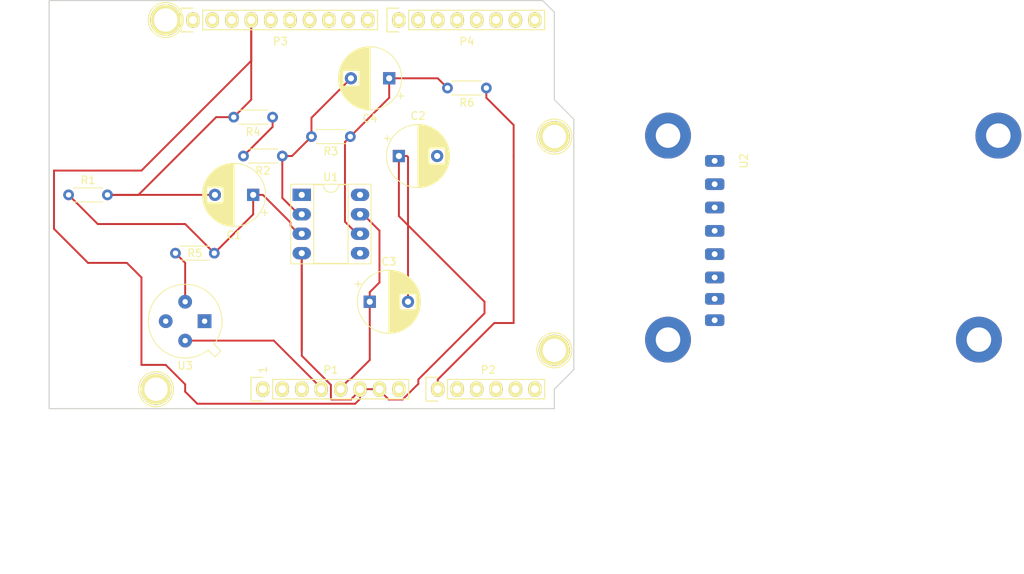
<source format=kicad_pcb>
(kicad_pcb (version 20171130) (host pcbnew "(5.0.0)")

  (general
    (thickness 1.6)
    (drawings 27)
    (tracks 100)
    (zones 0)
    (modules 21)
    (nets 50)
  )

  (page A4)
  (title_block
    (date "lun. 30 mars 2015")
  )

  (layers
    (0 F.Cu signal)
    (31 B.Cu signal)
    (32 B.Adhes user)
    (33 F.Adhes user)
    (34 B.Paste user)
    (35 F.Paste user)
    (36 B.SilkS user)
    (37 F.SilkS user)
    (38 B.Mask user)
    (39 F.Mask user)
    (40 Dwgs.User user)
    (41 Cmts.User user)
    (42 Eco1.User user)
    (43 Eco2.User user)
    (44 Edge.Cuts user)
    (45 Margin user)
    (46 B.CrtYd user)
    (47 F.CrtYd user)
    (48 B.Fab user)
    (49 F.Fab user)
  )

  (setup
    (last_trace_width 0.25)
    (trace_clearance 0.2)
    (zone_clearance 0.508)
    (zone_45_only no)
    (trace_min 0.2)
    (segment_width 0.15)
    (edge_width 0.15)
    (via_size 0.6)
    (via_drill 0.4)
    (via_min_size 0.4)
    (via_min_drill 0.3)
    (uvia_size 0.3)
    (uvia_drill 0.1)
    (uvias_allowed no)
    (uvia_min_size 0.2)
    (uvia_min_drill 0.1)
    (pcb_text_width 0.3)
    (pcb_text_size 1.5 1.5)
    (mod_edge_width 0.15)
    (mod_text_size 1 1)
    (mod_text_width 0.15)
    (pad_size 4.064 4.064)
    (pad_drill 3.048)
    (pad_to_mask_clearance 0)
    (aux_axis_origin 110.998 126.365)
    (grid_origin 110.998 126.365)
    (visible_elements 7FFFFFFF)
    (pcbplotparams
      (layerselection 0x00030_80000001)
      (usegerberextensions false)
      (usegerberattributes false)
      (usegerberadvancedattributes false)
      (creategerberjobfile false)
      (excludeedgelayer true)
      (linewidth 0.100000)
      (plotframeref false)
      (viasonmask false)
      (mode 1)
      (useauxorigin false)
      (hpglpennumber 1)
      (hpglpenspeed 20)
      (hpglpendiameter 15.000000)
      (psnegative false)
      (psa4output false)
      (plotreference true)
      (plotvalue true)
      (plotinvisibletext false)
      (padsonsilk false)
      (subtractmaskfromsilk false)
      (outputformat 1)
      (mirror false)
      (drillshape 1)
      (scaleselection 1)
      (outputdirectory ""))
  )

  (net 0 "")
  (net 1 /IOREF)
  (net 2 /Reset)
  (net 3 +5V)
  (net 4 GND)
  (net 5 /Vin)
  (net 6 /A0)
  (net 7 /A1)
  (net 8 /A2)
  (net 9 /A3)
  (net 10 /AREF)
  (net 11 "/A4(SDA)")
  (net 12 "/A5(SCL)")
  (net 13 "/9(**)")
  (net 14 /8)
  (net 15 /7)
  (net 16 "/6(**)")
  (net 17 "/5(**)")
  (net 18 /4)
  (net 19 "/3(**)")
  (net 20 /2)
  (net 21 "/1(Tx)")
  (net 22 "/0(Rx)")
  (net 23 "Net-(P5-Pad1)")
  (net 24 "Net-(P6-Pad1)")
  (net 25 "Net-(P7-Pad1)")
  (net 26 "Net-(P8-Pad1)")
  (net 27 "/13(SCK)")
  (net 28 "/10(**/SS)")
  (net 29 "Net-(P1-Pad1)")
  (net 30 +3V3)
  (net 31 "/12(MISO)")
  (net 32 "/11(**/MOSI)")
  (net 33 "Net-(C1-Pad1)")
  (net 34 "Net-(C4-Pad2)")
  (net 35 "Net-(C4-Pad1)")
  (net 36 "Net-(R2-Pad2)")
  (net 37 "Net-(R5-Pad1)")
  (net 38 "Net-(U1-Pad1)")
  (net 39 "Net-(U1-Pad5)")
  (net 40 "Net-(U1-Pad8)")
  (net 41 "Net-(U2-Pad7)")
  (net 42 "Net-(U2-Pad4)")
  (net 43 "Net-(U2-Pad3)")
  (net 44 "Net-(U2-Pad2)")
  (net 45 "Net-(U2-Pad1)")
  (net 46 "Net-(U3-Pad1)")
  (net 47 "Net-(U3-Pad3)")
  (net 48 "Net-(P3-Pad1)")
  (net 49 "Net-(P3-Pad2)")

  (net_class Default "This is the default net class."
    (clearance 0.2)
    (trace_width 0.25)
    (via_dia 0.6)
    (via_drill 0.4)
    (uvia_dia 0.3)
    (uvia_drill 0.1)
    (add_net +3V3)
    (add_net +5V)
    (add_net "/0(Rx)")
    (add_net "/1(Tx)")
    (add_net "/10(**/SS)")
    (add_net "/11(**/MOSI)")
    (add_net "/12(MISO)")
    (add_net "/13(SCK)")
    (add_net /2)
    (add_net "/3(**)")
    (add_net /4)
    (add_net "/5(**)")
    (add_net "/6(**)")
    (add_net /7)
    (add_net /8)
    (add_net "/9(**)")
    (add_net /A0)
    (add_net /A1)
    (add_net /A2)
    (add_net /A3)
    (add_net "/A4(SDA)")
    (add_net "/A5(SCL)")
    (add_net /AREF)
    (add_net /IOREF)
    (add_net /Reset)
    (add_net /Vin)
    (add_net GND)
    (add_net "Net-(C1-Pad1)")
    (add_net "Net-(C4-Pad1)")
    (add_net "Net-(C4-Pad2)")
    (add_net "Net-(P1-Pad1)")
    (add_net "Net-(P3-Pad1)")
    (add_net "Net-(P3-Pad2)")
    (add_net "Net-(P5-Pad1)")
    (add_net "Net-(P6-Pad1)")
    (add_net "Net-(P7-Pad1)")
    (add_net "Net-(P8-Pad1)")
    (add_net "Net-(R2-Pad2)")
    (add_net "Net-(R5-Pad1)")
    (add_net "Net-(U1-Pad1)")
    (add_net "Net-(U1-Pad5)")
    (add_net "Net-(U1-Pad8)")
    (add_net "Net-(U2-Pad1)")
    (add_net "Net-(U2-Pad2)")
    (add_net "Net-(U2-Pad3)")
    (add_net "Net-(U2-Pad4)")
    (add_net "Net-(U2-Pad7)")
    (add_net "Net-(U3-Pad1)")
    (add_net "Net-(U3-Pad3)")
  )

  (module Capacitor_THT:CP_Radial_D8.0mm_P5.00mm (layer F.Cu) (tedit 5AE50EF0) (tstamp 5C16E575)
    (at 156.718 93.345)
    (descr "CP, Radial series, Radial, pin pitch=5.00mm, , diameter=8mm, Electrolytic Capacitor")
    (tags "CP Radial series Radial pin pitch 5.00mm  diameter 8mm Electrolytic Capacitor")
    (path /5BFF058C)
    (fp_text reference C2 (at 2.5 -5.25) (layer F.SilkS)
      (effects (font (size 1 1) (thickness 0.15)))
    )
    (fp_text value 100n (at 2.5 5.25) (layer F.Fab)
      (effects (font (size 1 1) (thickness 0.15)))
    )
    (fp_text user %R (at 2.5 0) (layer F.Fab)
      (effects (font (size 1 1) (thickness 0.15)))
    )
    (fp_line (start -1.509698 -2.715) (end -1.509698 -1.915) (layer F.SilkS) (width 0.12))
    (fp_line (start -1.909698 -2.315) (end -1.109698 -2.315) (layer F.SilkS) (width 0.12))
    (fp_line (start 6.581 -0.533) (end 6.581 0.533) (layer F.SilkS) (width 0.12))
    (fp_line (start 6.541 -0.768) (end 6.541 0.768) (layer F.SilkS) (width 0.12))
    (fp_line (start 6.501 -0.948) (end 6.501 0.948) (layer F.SilkS) (width 0.12))
    (fp_line (start 6.461 -1.098) (end 6.461 1.098) (layer F.SilkS) (width 0.12))
    (fp_line (start 6.421 -1.229) (end 6.421 1.229) (layer F.SilkS) (width 0.12))
    (fp_line (start 6.381 -1.346) (end 6.381 1.346) (layer F.SilkS) (width 0.12))
    (fp_line (start 6.341 -1.453) (end 6.341 1.453) (layer F.SilkS) (width 0.12))
    (fp_line (start 6.301 -1.552) (end 6.301 1.552) (layer F.SilkS) (width 0.12))
    (fp_line (start 6.261 -1.645) (end 6.261 1.645) (layer F.SilkS) (width 0.12))
    (fp_line (start 6.221 -1.731) (end 6.221 1.731) (layer F.SilkS) (width 0.12))
    (fp_line (start 6.181 -1.813) (end 6.181 1.813) (layer F.SilkS) (width 0.12))
    (fp_line (start 6.141 -1.89) (end 6.141 1.89) (layer F.SilkS) (width 0.12))
    (fp_line (start 6.101 -1.964) (end 6.101 1.964) (layer F.SilkS) (width 0.12))
    (fp_line (start 6.061 -2.034) (end 6.061 2.034) (layer F.SilkS) (width 0.12))
    (fp_line (start 6.021 1.04) (end 6.021 2.102) (layer F.SilkS) (width 0.12))
    (fp_line (start 6.021 -2.102) (end 6.021 -1.04) (layer F.SilkS) (width 0.12))
    (fp_line (start 5.981 1.04) (end 5.981 2.166) (layer F.SilkS) (width 0.12))
    (fp_line (start 5.981 -2.166) (end 5.981 -1.04) (layer F.SilkS) (width 0.12))
    (fp_line (start 5.941 1.04) (end 5.941 2.228) (layer F.SilkS) (width 0.12))
    (fp_line (start 5.941 -2.228) (end 5.941 -1.04) (layer F.SilkS) (width 0.12))
    (fp_line (start 5.901 1.04) (end 5.901 2.287) (layer F.SilkS) (width 0.12))
    (fp_line (start 5.901 -2.287) (end 5.901 -1.04) (layer F.SilkS) (width 0.12))
    (fp_line (start 5.861 1.04) (end 5.861 2.345) (layer F.SilkS) (width 0.12))
    (fp_line (start 5.861 -2.345) (end 5.861 -1.04) (layer F.SilkS) (width 0.12))
    (fp_line (start 5.821 1.04) (end 5.821 2.4) (layer F.SilkS) (width 0.12))
    (fp_line (start 5.821 -2.4) (end 5.821 -1.04) (layer F.SilkS) (width 0.12))
    (fp_line (start 5.781 1.04) (end 5.781 2.454) (layer F.SilkS) (width 0.12))
    (fp_line (start 5.781 -2.454) (end 5.781 -1.04) (layer F.SilkS) (width 0.12))
    (fp_line (start 5.741 1.04) (end 5.741 2.505) (layer F.SilkS) (width 0.12))
    (fp_line (start 5.741 -2.505) (end 5.741 -1.04) (layer F.SilkS) (width 0.12))
    (fp_line (start 5.701 1.04) (end 5.701 2.556) (layer F.SilkS) (width 0.12))
    (fp_line (start 5.701 -2.556) (end 5.701 -1.04) (layer F.SilkS) (width 0.12))
    (fp_line (start 5.661 1.04) (end 5.661 2.604) (layer F.SilkS) (width 0.12))
    (fp_line (start 5.661 -2.604) (end 5.661 -1.04) (layer F.SilkS) (width 0.12))
    (fp_line (start 5.621 1.04) (end 5.621 2.651) (layer F.SilkS) (width 0.12))
    (fp_line (start 5.621 -2.651) (end 5.621 -1.04) (layer F.SilkS) (width 0.12))
    (fp_line (start 5.581 1.04) (end 5.581 2.697) (layer F.SilkS) (width 0.12))
    (fp_line (start 5.581 -2.697) (end 5.581 -1.04) (layer F.SilkS) (width 0.12))
    (fp_line (start 5.541 1.04) (end 5.541 2.741) (layer F.SilkS) (width 0.12))
    (fp_line (start 5.541 -2.741) (end 5.541 -1.04) (layer F.SilkS) (width 0.12))
    (fp_line (start 5.501 1.04) (end 5.501 2.784) (layer F.SilkS) (width 0.12))
    (fp_line (start 5.501 -2.784) (end 5.501 -1.04) (layer F.SilkS) (width 0.12))
    (fp_line (start 5.461 1.04) (end 5.461 2.826) (layer F.SilkS) (width 0.12))
    (fp_line (start 5.461 -2.826) (end 5.461 -1.04) (layer F.SilkS) (width 0.12))
    (fp_line (start 5.421 1.04) (end 5.421 2.867) (layer F.SilkS) (width 0.12))
    (fp_line (start 5.421 -2.867) (end 5.421 -1.04) (layer F.SilkS) (width 0.12))
    (fp_line (start 5.381 1.04) (end 5.381 2.907) (layer F.SilkS) (width 0.12))
    (fp_line (start 5.381 -2.907) (end 5.381 -1.04) (layer F.SilkS) (width 0.12))
    (fp_line (start 5.341 1.04) (end 5.341 2.945) (layer F.SilkS) (width 0.12))
    (fp_line (start 5.341 -2.945) (end 5.341 -1.04) (layer F.SilkS) (width 0.12))
    (fp_line (start 5.301 1.04) (end 5.301 2.983) (layer F.SilkS) (width 0.12))
    (fp_line (start 5.301 -2.983) (end 5.301 -1.04) (layer F.SilkS) (width 0.12))
    (fp_line (start 5.261 1.04) (end 5.261 3.019) (layer F.SilkS) (width 0.12))
    (fp_line (start 5.261 -3.019) (end 5.261 -1.04) (layer F.SilkS) (width 0.12))
    (fp_line (start 5.221 1.04) (end 5.221 3.055) (layer F.SilkS) (width 0.12))
    (fp_line (start 5.221 -3.055) (end 5.221 -1.04) (layer F.SilkS) (width 0.12))
    (fp_line (start 5.181 1.04) (end 5.181 3.09) (layer F.SilkS) (width 0.12))
    (fp_line (start 5.181 -3.09) (end 5.181 -1.04) (layer F.SilkS) (width 0.12))
    (fp_line (start 5.141 1.04) (end 5.141 3.124) (layer F.SilkS) (width 0.12))
    (fp_line (start 5.141 -3.124) (end 5.141 -1.04) (layer F.SilkS) (width 0.12))
    (fp_line (start 5.101 1.04) (end 5.101 3.156) (layer F.SilkS) (width 0.12))
    (fp_line (start 5.101 -3.156) (end 5.101 -1.04) (layer F.SilkS) (width 0.12))
    (fp_line (start 5.061 1.04) (end 5.061 3.189) (layer F.SilkS) (width 0.12))
    (fp_line (start 5.061 -3.189) (end 5.061 -1.04) (layer F.SilkS) (width 0.12))
    (fp_line (start 5.021 1.04) (end 5.021 3.22) (layer F.SilkS) (width 0.12))
    (fp_line (start 5.021 -3.22) (end 5.021 -1.04) (layer F.SilkS) (width 0.12))
    (fp_line (start 4.981 1.04) (end 4.981 3.25) (layer F.SilkS) (width 0.12))
    (fp_line (start 4.981 -3.25) (end 4.981 -1.04) (layer F.SilkS) (width 0.12))
    (fp_line (start 4.941 1.04) (end 4.941 3.28) (layer F.SilkS) (width 0.12))
    (fp_line (start 4.941 -3.28) (end 4.941 -1.04) (layer F.SilkS) (width 0.12))
    (fp_line (start 4.901 1.04) (end 4.901 3.309) (layer F.SilkS) (width 0.12))
    (fp_line (start 4.901 -3.309) (end 4.901 -1.04) (layer F.SilkS) (width 0.12))
    (fp_line (start 4.861 1.04) (end 4.861 3.338) (layer F.SilkS) (width 0.12))
    (fp_line (start 4.861 -3.338) (end 4.861 -1.04) (layer F.SilkS) (width 0.12))
    (fp_line (start 4.821 1.04) (end 4.821 3.365) (layer F.SilkS) (width 0.12))
    (fp_line (start 4.821 -3.365) (end 4.821 -1.04) (layer F.SilkS) (width 0.12))
    (fp_line (start 4.781 1.04) (end 4.781 3.392) (layer F.SilkS) (width 0.12))
    (fp_line (start 4.781 -3.392) (end 4.781 -1.04) (layer F.SilkS) (width 0.12))
    (fp_line (start 4.741 1.04) (end 4.741 3.418) (layer F.SilkS) (width 0.12))
    (fp_line (start 4.741 -3.418) (end 4.741 -1.04) (layer F.SilkS) (width 0.12))
    (fp_line (start 4.701 1.04) (end 4.701 3.444) (layer F.SilkS) (width 0.12))
    (fp_line (start 4.701 -3.444) (end 4.701 -1.04) (layer F.SilkS) (width 0.12))
    (fp_line (start 4.661 1.04) (end 4.661 3.469) (layer F.SilkS) (width 0.12))
    (fp_line (start 4.661 -3.469) (end 4.661 -1.04) (layer F.SilkS) (width 0.12))
    (fp_line (start 4.621 1.04) (end 4.621 3.493) (layer F.SilkS) (width 0.12))
    (fp_line (start 4.621 -3.493) (end 4.621 -1.04) (layer F.SilkS) (width 0.12))
    (fp_line (start 4.581 1.04) (end 4.581 3.517) (layer F.SilkS) (width 0.12))
    (fp_line (start 4.581 -3.517) (end 4.581 -1.04) (layer F.SilkS) (width 0.12))
    (fp_line (start 4.541 1.04) (end 4.541 3.54) (layer F.SilkS) (width 0.12))
    (fp_line (start 4.541 -3.54) (end 4.541 -1.04) (layer F.SilkS) (width 0.12))
    (fp_line (start 4.501 1.04) (end 4.501 3.562) (layer F.SilkS) (width 0.12))
    (fp_line (start 4.501 -3.562) (end 4.501 -1.04) (layer F.SilkS) (width 0.12))
    (fp_line (start 4.461 1.04) (end 4.461 3.584) (layer F.SilkS) (width 0.12))
    (fp_line (start 4.461 -3.584) (end 4.461 -1.04) (layer F.SilkS) (width 0.12))
    (fp_line (start 4.421 1.04) (end 4.421 3.606) (layer F.SilkS) (width 0.12))
    (fp_line (start 4.421 -3.606) (end 4.421 -1.04) (layer F.SilkS) (width 0.12))
    (fp_line (start 4.381 1.04) (end 4.381 3.627) (layer F.SilkS) (width 0.12))
    (fp_line (start 4.381 -3.627) (end 4.381 -1.04) (layer F.SilkS) (width 0.12))
    (fp_line (start 4.341 1.04) (end 4.341 3.647) (layer F.SilkS) (width 0.12))
    (fp_line (start 4.341 -3.647) (end 4.341 -1.04) (layer F.SilkS) (width 0.12))
    (fp_line (start 4.301 1.04) (end 4.301 3.666) (layer F.SilkS) (width 0.12))
    (fp_line (start 4.301 -3.666) (end 4.301 -1.04) (layer F.SilkS) (width 0.12))
    (fp_line (start 4.261 1.04) (end 4.261 3.686) (layer F.SilkS) (width 0.12))
    (fp_line (start 4.261 -3.686) (end 4.261 -1.04) (layer F.SilkS) (width 0.12))
    (fp_line (start 4.221 1.04) (end 4.221 3.704) (layer F.SilkS) (width 0.12))
    (fp_line (start 4.221 -3.704) (end 4.221 -1.04) (layer F.SilkS) (width 0.12))
    (fp_line (start 4.181 1.04) (end 4.181 3.722) (layer F.SilkS) (width 0.12))
    (fp_line (start 4.181 -3.722) (end 4.181 -1.04) (layer F.SilkS) (width 0.12))
    (fp_line (start 4.141 1.04) (end 4.141 3.74) (layer F.SilkS) (width 0.12))
    (fp_line (start 4.141 -3.74) (end 4.141 -1.04) (layer F.SilkS) (width 0.12))
    (fp_line (start 4.101 1.04) (end 4.101 3.757) (layer F.SilkS) (width 0.12))
    (fp_line (start 4.101 -3.757) (end 4.101 -1.04) (layer F.SilkS) (width 0.12))
    (fp_line (start 4.061 1.04) (end 4.061 3.774) (layer F.SilkS) (width 0.12))
    (fp_line (start 4.061 -3.774) (end 4.061 -1.04) (layer F.SilkS) (width 0.12))
    (fp_line (start 4.021 1.04) (end 4.021 3.79) (layer F.SilkS) (width 0.12))
    (fp_line (start 4.021 -3.79) (end 4.021 -1.04) (layer F.SilkS) (width 0.12))
    (fp_line (start 3.981 1.04) (end 3.981 3.805) (layer F.SilkS) (width 0.12))
    (fp_line (start 3.981 -3.805) (end 3.981 -1.04) (layer F.SilkS) (width 0.12))
    (fp_line (start 3.941 -3.821) (end 3.941 3.821) (layer F.SilkS) (width 0.12))
    (fp_line (start 3.901 -3.835) (end 3.901 3.835) (layer F.SilkS) (width 0.12))
    (fp_line (start 3.861 -3.85) (end 3.861 3.85) (layer F.SilkS) (width 0.12))
    (fp_line (start 3.821 -3.863) (end 3.821 3.863) (layer F.SilkS) (width 0.12))
    (fp_line (start 3.781 -3.877) (end 3.781 3.877) (layer F.SilkS) (width 0.12))
    (fp_line (start 3.741 -3.889) (end 3.741 3.889) (layer F.SilkS) (width 0.12))
    (fp_line (start 3.701 -3.902) (end 3.701 3.902) (layer F.SilkS) (width 0.12))
    (fp_line (start 3.661 -3.914) (end 3.661 3.914) (layer F.SilkS) (width 0.12))
    (fp_line (start 3.621 -3.925) (end 3.621 3.925) (layer F.SilkS) (width 0.12))
    (fp_line (start 3.581 -3.936) (end 3.581 3.936) (layer F.SilkS) (width 0.12))
    (fp_line (start 3.541 -3.947) (end 3.541 3.947) (layer F.SilkS) (width 0.12))
    (fp_line (start 3.501 -3.957) (end 3.501 3.957) (layer F.SilkS) (width 0.12))
    (fp_line (start 3.461 -3.967) (end 3.461 3.967) (layer F.SilkS) (width 0.12))
    (fp_line (start 3.421 -3.976) (end 3.421 3.976) (layer F.SilkS) (width 0.12))
    (fp_line (start 3.381 -3.985) (end 3.381 3.985) (layer F.SilkS) (width 0.12))
    (fp_line (start 3.341 -3.994) (end 3.341 3.994) (layer F.SilkS) (width 0.12))
    (fp_line (start 3.301 -4.002) (end 3.301 4.002) (layer F.SilkS) (width 0.12))
    (fp_line (start 3.261 -4.01) (end 3.261 4.01) (layer F.SilkS) (width 0.12))
    (fp_line (start 3.221 -4.017) (end 3.221 4.017) (layer F.SilkS) (width 0.12))
    (fp_line (start 3.18 -4.024) (end 3.18 4.024) (layer F.SilkS) (width 0.12))
    (fp_line (start 3.14 -4.03) (end 3.14 4.03) (layer F.SilkS) (width 0.12))
    (fp_line (start 3.1 -4.037) (end 3.1 4.037) (layer F.SilkS) (width 0.12))
    (fp_line (start 3.06 -4.042) (end 3.06 4.042) (layer F.SilkS) (width 0.12))
    (fp_line (start 3.02 -4.048) (end 3.02 4.048) (layer F.SilkS) (width 0.12))
    (fp_line (start 2.98 -4.052) (end 2.98 4.052) (layer F.SilkS) (width 0.12))
    (fp_line (start 2.94 -4.057) (end 2.94 4.057) (layer F.SilkS) (width 0.12))
    (fp_line (start 2.9 -4.061) (end 2.9 4.061) (layer F.SilkS) (width 0.12))
    (fp_line (start 2.86 -4.065) (end 2.86 4.065) (layer F.SilkS) (width 0.12))
    (fp_line (start 2.82 -4.068) (end 2.82 4.068) (layer F.SilkS) (width 0.12))
    (fp_line (start 2.78 -4.071) (end 2.78 4.071) (layer F.SilkS) (width 0.12))
    (fp_line (start 2.74 -4.074) (end 2.74 4.074) (layer F.SilkS) (width 0.12))
    (fp_line (start 2.7 -4.076) (end 2.7 4.076) (layer F.SilkS) (width 0.12))
    (fp_line (start 2.66 -4.077) (end 2.66 4.077) (layer F.SilkS) (width 0.12))
    (fp_line (start 2.62 -4.079) (end 2.62 4.079) (layer F.SilkS) (width 0.12))
    (fp_line (start 2.58 -4.08) (end 2.58 4.08) (layer F.SilkS) (width 0.12))
    (fp_line (start 2.54 -4.08) (end 2.54 4.08) (layer F.SilkS) (width 0.12))
    (fp_line (start 2.5 -4.08) (end 2.5 4.08) (layer F.SilkS) (width 0.12))
    (fp_line (start -0.526759 -2.1475) (end -0.526759 -1.3475) (layer F.Fab) (width 0.1))
    (fp_line (start -0.926759 -1.7475) (end -0.126759 -1.7475) (layer F.Fab) (width 0.1))
    (fp_circle (center 2.5 0) (end 6.75 0) (layer F.CrtYd) (width 0.05))
    (fp_circle (center 2.5 0) (end 6.62 0) (layer F.SilkS) (width 0.12))
    (fp_circle (center 2.5 0) (end 6.5 0) (layer F.Fab) (width 0.1))
    (pad 2 thru_hole circle (at 5 0) (size 1.6 1.6) (drill 0.8) (layers *.Cu *.Mask)
      (net 6 /A0))
    (pad 1 thru_hole rect (at 0 0) (size 1.6 1.6) (drill 0.8) (layers *.Cu *.Mask)
      (net 4 GND))
    (model ${KISYS3DMOD}/Capacitor_THT.3dshapes/CP_Radial_D8.0mm_P5.00mm.wrl
      (at (xyz 0 0 0))
      (scale (xyz 1 1 1))
      (rotate (xyz 0 0 0))
    )
  )

  (module Capacitor_THT:CP_Radial_D8.0mm_P5.00mm (layer F.Cu) (tedit 5AE50EF0) (tstamp 5C16E54E)
    (at 137.668 98.425 180)
    (descr "CP, Radial series, Radial, pin pitch=5.00mm, , diameter=8mm, Electrolytic Capacitor")
    (tags "CP Radial series Radial pin pitch 5.00mm  diameter 8mm Electrolytic Capacitor")
    (path /5BFF0630)
    (fp_text reference C1 (at 2.5 -5.25 180) (layer F.SilkS)
      (effects (font (size 1 1) (thickness 0.15)))
    )
    (fp_text value 100n (at 2.5 5.25 180) (layer F.Fab)
      (effects (font (size 1 1) (thickness 0.15)))
    )
    (fp_text user %R (at 2.5 0 180) (layer F.Fab)
      (effects (font (size 1 1) (thickness 0.15)))
    )
    (fp_line (start -1.509698 -2.715) (end -1.509698 -1.915) (layer F.SilkS) (width 0.12))
    (fp_line (start -1.909698 -2.315) (end -1.109698 -2.315) (layer F.SilkS) (width 0.12))
    (fp_line (start 6.581 -0.533) (end 6.581 0.533) (layer F.SilkS) (width 0.12))
    (fp_line (start 6.541 -0.768) (end 6.541 0.768) (layer F.SilkS) (width 0.12))
    (fp_line (start 6.501 -0.948) (end 6.501 0.948) (layer F.SilkS) (width 0.12))
    (fp_line (start 6.461 -1.098) (end 6.461 1.098) (layer F.SilkS) (width 0.12))
    (fp_line (start 6.421 -1.229) (end 6.421 1.229) (layer F.SilkS) (width 0.12))
    (fp_line (start 6.381 -1.346) (end 6.381 1.346) (layer F.SilkS) (width 0.12))
    (fp_line (start 6.341 -1.453) (end 6.341 1.453) (layer F.SilkS) (width 0.12))
    (fp_line (start 6.301 -1.552) (end 6.301 1.552) (layer F.SilkS) (width 0.12))
    (fp_line (start 6.261 -1.645) (end 6.261 1.645) (layer F.SilkS) (width 0.12))
    (fp_line (start 6.221 -1.731) (end 6.221 1.731) (layer F.SilkS) (width 0.12))
    (fp_line (start 6.181 -1.813) (end 6.181 1.813) (layer F.SilkS) (width 0.12))
    (fp_line (start 6.141 -1.89) (end 6.141 1.89) (layer F.SilkS) (width 0.12))
    (fp_line (start 6.101 -1.964) (end 6.101 1.964) (layer F.SilkS) (width 0.12))
    (fp_line (start 6.061 -2.034) (end 6.061 2.034) (layer F.SilkS) (width 0.12))
    (fp_line (start 6.021 1.04) (end 6.021 2.102) (layer F.SilkS) (width 0.12))
    (fp_line (start 6.021 -2.102) (end 6.021 -1.04) (layer F.SilkS) (width 0.12))
    (fp_line (start 5.981 1.04) (end 5.981 2.166) (layer F.SilkS) (width 0.12))
    (fp_line (start 5.981 -2.166) (end 5.981 -1.04) (layer F.SilkS) (width 0.12))
    (fp_line (start 5.941 1.04) (end 5.941 2.228) (layer F.SilkS) (width 0.12))
    (fp_line (start 5.941 -2.228) (end 5.941 -1.04) (layer F.SilkS) (width 0.12))
    (fp_line (start 5.901 1.04) (end 5.901 2.287) (layer F.SilkS) (width 0.12))
    (fp_line (start 5.901 -2.287) (end 5.901 -1.04) (layer F.SilkS) (width 0.12))
    (fp_line (start 5.861 1.04) (end 5.861 2.345) (layer F.SilkS) (width 0.12))
    (fp_line (start 5.861 -2.345) (end 5.861 -1.04) (layer F.SilkS) (width 0.12))
    (fp_line (start 5.821 1.04) (end 5.821 2.4) (layer F.SilkS) (width 0.12))
    (fp_line (start 5.821 -2.4) (end 5.821 -1.04) (layer F.SilkS) (width 0.12))
    (fp_line (start 5.781 1.04) (end 5.781 2.454) (layer F.SilkS) (width 0.12))
    (fp_line (start 5.781 -2.454) (end 5.781 -1.04) (layer F.SilkS) (width 0.12))
    (fp_line (start 5.741 1.04) (end 5.741 2.505) (layer F.SilkS) (width 0.12))
    (fp_line (start 5.741 -2.505) (end 5.741 -1.04) (layer F.SilkS) (width 0.12))
    (fp_line (start 5.701 1.04) (end 5.701 2.556) (layer F.SilkS) (width 0.12))
    (fp_line (start 5.701 -2.556) (end 5.701 -1.04) (layer F.SilkS) (width 0.12))
    (fp_line (start 5.661 1.04) (end 5.661 2.604) (layer F.SilkS) (width 0.12))
    (fp_line (start 5.661 -2.604) (end 5.661 -1.04) (layer F.SilkS) (width 0.12))
    (fp_line (start 5.621 1.04) (end 5.621 2.651) (layer F.SilkS) (width 0.12))
    (fp_line (start 5.621 -2.651) (end 5.621 -1.04) (layer F.SilkS) (width 0.12))
    (fp_line (start 5.581 1.04) (end 5.581 2.697) (layer F.SilkS) (width 0.12))
    (fp_line (start 5.581 -2.697) (end 5.581 -1.04) (layer F.SilkS) (width 0.12))
    (fp_line (start 5.541 1.04) (end 5.541 2.741) (layer F.SilkS) (width 0.12))
    (fp_line (start 5.541 -2.741) (end 5.541 -1.04) (layer F.SilkS) (width 0.12))
    (fp_line (start 5.501 1.04) (end 5.501 2.784) (layer F.SilkS) (width 0.12))
    (fp_line (start 5.501 -2.784) (end 5.501 -1.04) (layer F.SilkS) (width 0.12))
    (fp_line (start 5.461 1.04) (end 5.461 2.826) (layer F.SilkS) (width 0.12))
    (fp_line (start 5.461 -2.826) (end 5.461 -1.04) (layer F.SilkS) (width 0.12))
    (fp_line (start 5.421 1.04) (end 5.421 2.867) (layer F.SilkS) (width 0.12))
    (fp_line (start 5.421 -2.867) (end 5.421 -1.04) (layer F.SilkS) (width 0.12))
    (fp_line (start 5.381 1.04) (end 5.381 2.907) (layer F.SilkS) (width 0.12))
    (fp_line (start 5.381 -2.907) (end 5.381 -1.04) (layer F.SilkS) (width 0.12))
    (fp_line (start 5.341 1.04) (end 5.341 2.945) (layer F.SilkS) (width 0.12))
    (fp_line (start 5.341 -2.945) (end 5.341 -1.04) (layer F.SilkS) (width 0.12))
    (fp_line (start 5.301 1.04) (end 5.301 2.983) (layer F.SilkS) (width 0.12))
    (fp_line (start 5.301 -2.983) (end 5.301 -1.04) (layer F.SilkS) (width 0.12))
    (fp_line (start 5.261 1.04) (end 5.261 3.019) (layer F.SilkS) (width 0.12))
    (fp_line (start 5.261 -3.019) (end 5.261 -1.04) (layer F.SilkS) (width 0.12))
    (fp_line (start 5.221 1.04) (end 5.221 3.055) (layer F.SilkS) (width 0.12))
    (fp_line (start 5.221 -3.055) (end 5.221 -1.04) (layer F.SilkS) (width 0.12))
    (fp_line (start 5.181 1.04) (end 5.181 3.09) (layer F.SilkS) (width 0.12))
    (fp_line (start 5.181 -3.09) (end 5.181 -1.04) (layer F.SilkS) (width 0.12))
    (fp_line (start 5.141 1.04) (end 5.141 3.124) (layer F.SilkS) (width 0.12))
    (fp_line (start 5.141 -3.124) (end 5.141 -1.04) (layer F.SilkS) (width 0.12))
    (fp_line (start 5.101 1.04) (end 5.101 3.156) (layer F.SilkS) (width 0.12))
    (fp_line (start 5.101 -3.156) (end 5.101 -1.04) (layer F.SilkS) (width 0.12))
    (fp_line (start 5.061 1.04) (end 5.061 3.189) (layer F.SilkS) (width 0.12))
    (fp_line (start 5.061 -3.189) (end 5.061 -1.04) (layer F.SilkS) (width 0.12))
    (fp_line (start 5.021 1.04) (end 5.021 3.22) (layer F.SilkS) (width 0.12))
    (fp_line (start 5.021 -3.22) (end 5.021 -1.04) (layer F.SilkS) (width 0.12))
    (fp_line (start 4.981 1.04) (end 4.981 3.25) (layer F.SilkS) (width 0.12))
    (fp_line (start 4.981 -3.25) (end 4.981 -1.04) (layer F.SilkS) (width 0.12))
    (fp_line (start 4.941 1.04) (end 4.941 3.28) (layer F.SilkS) (width 0.12))
    (fp_line (start 4.941 -3.28) (end 4.941 -1.04) (layer F.SilkS) (width 0.12))
    (fp_line (start 4.901 1.04) (end 4.901 3.309) (layer F.SilkS) (width 0.12))
    (fp_line (start 4.901 -3.309) (end 4.901 -1.04) (layer F.SilkS) (width 0.12))
    (fp_line (start 4.861 1.04) (end 4.861 3.338) (layer F.SilkS) (width 0.12))
    (fp_line (start 4.861 -3.338) (end 4.861 -1.04) (layer F.SilkS) (width 0.12))
    (fp_line (start 4.821 1.04) (end 4.821 3.365) (layer F.SilkS) (width 0.12))
    (fp_line (start 4.821 -3.365) (end 4.821 -1.04) (layer F.SilkS) (width 0.12))
    (fp_line (start 4.781 1.04) (end 4.781 3.392) (layer F.SilkS) (width 0.12))
    (fp_line (start 4.781 -3.392) (end 4.781 -1.04) (layer F.SilkS) (width 0.12))
    (fp_line (start 4.741 1.04) (end 4.741 3.418) (layer F.SilkS) (width 0.12))
    (fp_line (start 4.741 -3.418) (end 4.741 -1.04) (layer F.SilkS) (width 0.12))
    (fp_line (start 4.701 1.04) (end 4.701 3.444) (layer F.SilkS) (width 0.12))
    (fp_line (start 4.701 -3.444) (end 4.701 -1.04) (layer F.SilkS) (width 0.12))
    (fp_line (start 4.661 1.04) (end 4.661 3.469) (layer F.SilkS) (width 0.12))
    (fp_line (start 4.661 -3.469) (end 4.661 -1.04) (layer F.SilkS) (width 0.12))
    (fp_line (start 4.621 1.04) (end 4.621 3.493) (layer F.SilkS) (width 0.12))
    (fp_line (start 4.621 -3.493) (end 4.621 -1.04) (layer F.SilkS) (width 0.12))
    (fp_line (start 4.581 1.04) (end 4.581 3.517) (layer F.SilkS) (width 0.12))
    (fp_line (start 4.581 -3.517) (end 4.581 -1.04) (layer F.SilkS) (width 0.12))
    (fp_line (start 4.541 1.04) (end 4.541 3.54) (layer F.SilkS) (width 0.12))
    (fp_line (start 4.541 -3.54) (end 4.541 -1.04) (layer F.SilkS) (width 0.12))
    (fp_line (start 4.501 1.04) (end 4.501 3.562) (layer F.SilkS) (width 0.12))
    (fp_line (start 4.501 -3.562) (end 4.501 -1.04) (layer F.SilkS) (width 0.12))
    (fp_line (start 4.461 1.04) (end 4.461 3.584) (layer F.SilkS) (width 0.12))
    (fp_line (start 4.461 -3.584) (end 4.461 -1.04) (layer F.SilkS) (width 0.12))
    (fp_line (start 4.421 1.04) (end 4.421 3.606) (layer F.SilkS) (width 0.12))
    (fp_line (start 4.421 -3.606) (end 4.421 -1.04) (layer F.SilkS) (width 0.12))
    (fp_line (start 4.381 1.04) (end 4.381 3.627) (layer F.SilkS) (width 0.12))
    (fp_line (start 4.381 -3.627) (end 4.381 -1.04) (layer F.SilkS) (width 0.12))
    (fp_line (start 4.341 1.04) (end 4.341 3.647) (layer F.SilkS) (width 0.12))
    (fp_line (start 4.341 -3.647) (end 4.341 -1.04) (layer F.SilkS) (width 0.12))
    (fp_line (start 4.301 1.04) (end 4.301 3.666) (layer F.SilkS) (width 0.12))
    (fp_line (start 4.301 -3.666) (end 4.301 -1.04) (layer F.SilkS) (width 0.12))
    (fp_line (start 4.261 1.04) (end 4.261 3.686) (layer F.SilkS) (width 0.12))
    (fp_line (start 4.261 -3.686) (end 4.261 -1.04) (layer F.SilkS) (width 0.12))
    (fp_line (start 4.221 1.04) (end 4.221 3.704) (layer F.SilkS) (width 0.12))
    (fp_line (start 4.221 -3.704) (end 4.221 -1.04) (layer F.SilkS) (width 0.12))
    (fp_line (start 4.181 1.04) (end 4.181 3.722) (layer F.SilkS) (width 0.12))
    (fp_line (start 4.181 -3.722) (end 4.181 -1.04) (layer F.SilkS) (width 0.12))
    (fp_line (start 4.141 1.04) (end 4.141 3.74) (layer F.SilkS) (width 0.12))
    (fp_line (start 4.141 -3.74) (end 4.141 -1.04) (layer F.SilkS) (width 0.12))
    (fp_line (start 4.101 1.04) (end 4.101 3.757) (layer F.SilkS) (width 0.12))
    (fp_line (start 4.101 -3.757) (end 4.101 -1.04) (layer F.SilkS) (width 0.12))
    (fp_line (start 4.061 1.04) (end 4.061 3.774) (layer F.SilkS) (width 0.12))
    (fp_line (start 4.061 -3.774) (end 4.061 -1.04) (layer F.SilkS) (width 0.12))
    (fp_line (start 4.021 1.04) (end 4.021 3.79) (layer F.SilkS) (width 0.12))
    (fp_line (start 4.021 -3.79) (end 4.021 -1.04) (layer F.SilkS) (width 0.12))
    (fp_line (start 3.981 1.04) (end 3.981 3.805) (layer F.SilkS) (width 0.12))
    (fp_line (start 3.981 -3.805) (end 3.981 -1.04) (layer F.SilkS) (width 0.12))
    (fp_line (start 3.941 -3.821) (end 3.941 3.821) (layer F.SilkS) (width 0.12))
    (fp_line (start 3.901 -3.835) (end 3.901 3.835) (layer F.SilkS) (width 0.12))
    (fp_line (start 3.861 -3.85) (end 3.861 3.85) (layer F.SilkS) (width 0.12))
    (fp_line (start 3.821 -3.863) (end 3.821 3.863) (layer F.SilkS) (width 0.12))
    (fp_line (start 3.781 -3.877) (end 3.781 3.877) (layer F.SilkS) (width 0.12))
    (fp_line (start 3.741 -3.889) (end 3.741 3.889) (layer F.SilkS) (width 0.12))
    (fp_line (start 3.701 -3.902) (end 3.701 3.902) (layer F.SilkS) (width 0.12))
    (fp_line (start 3.661 -3.914) (end 3.661 3.914) (layer F.SilkS) (width 0.12))
    (fp_line (start 3.621 -3.925) (end 3.621 3.925) (layer F.SilkS) (width 0.12))
    (fp_line (start 3.581 -3.936) (end 3.581 3.936) (layer F.SilkS) (width 0.12))
    (fp_line (start 3.541 -3.947) (end 3.541 3.947) (layer F.SilkS) (width 0.12))
    (fp_line (start 3.501 -3.957) (end 3.501 3.957) (layer F.SilkS) (width 0.12))
    (fp_line (start 3.461 -3.967) (end 3.461 3.967) (layer F.SilkS) (width 0.12))
    (fp_line (start 3.421 -3.976) (end 3.421 3.976) (layer F.SilkS) (width 0.12))
    (fp_line (start 3.381 -3.985) (end 3.381 3.985) (layer F.SilkS) (width 0.12))
    (fp_line (start 3.341 -3.994) (end 3.341 3.994) (layer F.SilkS) (width 0.12))
    (fp_line (start 3.301 -4.002) (end 3.301 4.002) (layer F.SilkS) (width 0.12))
    (fp_line (start 3.261 -4.01) (end 3.261 4.01) (layer F.SilkS) (width 0.12))
    (fp_line (start 3.221 -4.017) (end 3.221 4.017) (layer F.SilkS) (width 0.12))
    (fp_line (start 3.18 -4.024) (end 3.18 4.024) (layer F.SilkS) (width 0.12))
    (fp_line (start 3.14 -4.03) (end 3.14 4.03) (layer F.SilkS) (width 0.12))
    (fp_line (start 3.1 -4.037) (end 3.1 4.037) (layer F.SilkS) (width 0.12))
    (fp_line (start 3.06 -4.042) (end 3.06 4.042) (layer F.SilkS) (width 0.12))
    (fp_line (start 3.02 -4.048) (end 3.02 4.048) (layer F.SilkS) (width 0.12))
    (fp_line (start 2.98 -4.052) (end 2.98 4.052) (layer F.SilkS) (width 0.12))
    (fp_line (start 2.94 -4.057) (end 2.94 4.057) (layer F.SilkS) (width 0.12))
    (fp_line (start 2.9 -4.061) (end 2.9 4.061) (layer F.SilkS) (width 0.12))
    (fp_line (start 2.86 -4.065) (end 2.86 4.065) (layer F.SilkS) (width 0.12))
    (fp_line (start 2.82 -4.068) (end 2.82 4.068) (layer F.SilkS) (width 0.12))
    (fp_line (start 2.78 -4.071) (end 2.78 4.071) (layer F.SilkS) (width 0.12))
    (fp_line (start 2.74 -4.074) (end 2.74 4.074) (layer F.SilkS) (width 0.12))
    (fp_line (start 2.7 -4.076) (end 2.7 4.076) (layer F.SilkS) (width 0.12))
    (fp_line (start 2.66 -4.077) (end 2.66 4.077) (layer F.SilkS) (width 0.12))
    (fp_line (start 2.62 -4.079) (end 2.62 4.079) (layer F.SilkS) (width 0.12))
    (fp_line (start 2.58 -4.08) (end 2.58 4.08) (layer F.SilkS) (width 0.12))
    (fp_line (start 2.54 -4.08) (end 2.54 4.08) (layer F.SilkS) (width 0.12))
    (fp_line (start 2.5 -4.08) (end 2.5 4.08) (layer F.SilkS) (width 0.12))
    (fp_line (start -0.526759 -2.1475) (end -0.526759 -1.3475) (layer F.Fab) (width 0.1))
    (fp_line (start -0.926759 -1.7475) (end -0.126759 -1.7475) (layer F.Fab) (width 0.1))
    (fp_circle (center 2.5 0) (end 6.75 0) (layer F.CrtYd) (width 0.05))
    (fp_circle (center 2.5 0) (end 6.62 0) (layer F.SilkS) (width 0.12))
    (fp_circle (center 2.5 0) (end 6.5 0) (layer F.Fab) (width 0.1))
    (pad 2 thru_hole circle (at 5 0 180) (size 1.6 1.6) (drill 0.8) (layers *.Cu *.Mask)
      (net 4 GND))
    (pad 1 thru_hole rect (at 0 0 180) (size 1.6 1.6) (drill 0.8) (layers *.Cu *.Mask)
      (net 33 "Net-(C1-Pad1)"))
    (model ${KISYS3DMOD}/Capacitor_THT.3dshapes/CP_Radial_D8.0mm_P5.00mm.wrl
      (at (xyz 0 0 0))
      (scale (xyz 1 1 1))
      (rotate (xyz 0 0 0))
    )
  )

  (module Capacitor_THT:CP_Radial_D8.0mm_P5.00mm (layer F.Cu) (tedit 5AE50EF0) (tstamp 5C16E59C)
    (at 152.908 112.395)
    (descr "CP, Radial series, Radial, pin pitch=5.00mm, , diameter=8mm, Electrolytic Capacitor")
    (tags "CP Radial series Radial pin pitch 5.00mm  diameter 8mm Electrolytic Capacitor")
    (path /5BFF06F4)
    (fp_text reference C3 (at 2.5 -5.25) (layer F.SilkS)
      (effects (font (size 1 1) (thickness 0.15)))
    )
    (fp_text value 100n (at 2.5 5.25) (layer F.Fab)
      (effects (font (size 1 1) (thickness 0.15)))
    )
    (fp_text user %R (at 2.5 0) (layer F.Fab)
      (effects (font (size 1 1) (thickness 0.15)))
    )
    (fp_line (start -1.509698 -2.715) (end -1.509698 -1.915) (layer F.SilkS) (width 0.12))
    (fp_line (start -1.909698 -2.315) (end -1.109698 -2.315) (layer F.SilkS) (width 0.12))
    (fp_line (start 6.581 -0.533) (end 6.581 0.533) (layer F.SilkS) (width 0.12))
    (fp_line (start 6.541 -0.768) (end 6.541 0.768) (layer F.SilkS) (width 0.12))
    (fp_line (start 6.501 -0.948) (end 6.501 0.948) (layer F.SilkS) (width 0.12))
    (fp_line (start 6.461 -1.098) (end 6.461 1.098) (layer F.SilkS) (width 0.12))
    (fp_line (start 6.421 -1.229) (end 6.421 1.229) (layer F.SilkS) (width 0.12))
    (fp_line (start 6.381 -1.346) (end 6.381 1.346) (layer F.SilkS) (width 0.12))
    (fp_line (start 6.341 -1.453) (end 6.341 1.453) (layer F.SilkS) (width 0.12))
    (fp_line (start 6.301 -1.552) (end 6.301 1.552) (layer F.SilkS) (width 0.12))
    (fp_line (start 6.261 -1.645) (end 6.261 1.645) (layer F.SilkS) (width 0.12))
    (fp_line (start 6.221 -1.731) (end 6.221 1.731) (layer F.SilkS) (width 0.12))
    (fp_line (start 6.181 -1.813) (end 6.181 1.813) (layer F.SilkS) (width 0.12))
    (fp_line (start 6.141 -1.89) (end 6.141 1.89) (layer F.SilkS) (width 0.12))
    (fp_line (start 6.101 -1.964) (end 6.101 1.964) (layer F.SilkS) (width 0.12))
    (fp_line (start 6.061 -2.034) (end 6.061 2.034) (layer F.SilkS) (width 0.12))
    (fp_line (start 6.021 1.04) (end 6.021 2.102) (layer F.SilkS) (width 0.12))
    (fp_line (start 6.021 -2.102) (end 6.021 -1.04) (layer F.SilkS) (width 0.12))
    (fp_line (start 5.981 1.04) (end 5.981 2.166) (layer F.SilkS) (width 0.12))
    (fp_line (start 5.981 -2.166) (end 5.981 -1.04) (layer F.SilkS) (width 0.12))
    (fp_line (start 5.941 1.04) (end 5.941 2.228) (layer F.SilkS) (width 0.12))
    (fp_line (start 5.941 -2.228) (end 5.941 -1.04) (layer F.SilkS) (width 0.12))
    (fp_line (start 5.901 1.04) (end 5.901 2.287) (layer F.SilkS) (width 0.12))
    (fp_line (start 5.901 -2.287) (end 5.901 -1.04) (layer F.SilkS) (width 0.12))
    (fp_line (start 5.861 1.04) (end 5.861 2.345) (layer F.SilkS) (width 0.12))
    (fp_line (start 5.861 -2.345) (end 5.861 -1.04) (layer F.SilkS) (width 0.12))
    (fp_line (start 5.821 1.04) (end 5.821 2.4) (layer F.SilkS) (width 0.12))
    (fp_line (start 5.821 -2.4) (end 5.821 -1.04) (layer F.SilkS) (width 0.12))
    (fp_line (start 5.781 1.04) (end 5.781 2.454) (layer F.SilkS) (width 0.12))
    (fp_line (start 5.781 -2.454) (end 5.781 -1.04) (layer F.SilkS) (width 0.12))
    (fp_line (start 5.741 1.04) (end 5.741 2.505) (layer F.SilkS) (width 0.12))
    (fp_line (start 5.741 -2.505) (end 5.741 -1.04) (layer F.SilkS) (width 0.12))
    (fp_line (start 5.701 1.04) (end 5.701 2.556) (layer F.SilkS) (width 0.12))
    (fp_line (start 5.701 -2.556) (end 5.701 -1.04) (layer F.SilkS) (width 0.12))
    (fp_line (start 5.661 1.04) (end 5.661 2.604) (layer F.SilkS) (width 0.12))
    (fp_line (start 5.661 -2.604) (end 5.661 -1.04) (layer F.SilkS) (width 0.12))
    (fp_line (start 5.621 1.04) (end 5.621 2.651) (layer F.SilkS) (width 0.12))
    (fp_line (start 5.621 -2.651) (end 5.621 -1.04) (layer F.SilkS) (width 0.12))
    (fp_line (start 5.581 1.04) (end 5.581 2.697) (layer F.SilkS) (width 0.12))
    (fp_line (start 5.581 -2.697) (end 5.581 -1.04) (layer F.SilkS) (width 0.12))
    (fp_line (start 5.541 1.04) (end 5.541 2.741) (layer F.SilkS) (width 0.12))
    (fp_line (start 5.541 -2.741) (end 5.541 -1.04) (layer F.SilkS) (width 0.12))
    (fp_line (start 5.501 1.04) (end 5.501 2.784) (layer F.SilkS) (width 0.12))
    (fp_line (start 5.501 -2.784) (end 5.501 -1.04) (layer F.SilkS) (width 0.12))
    (fp_line (start 5.461 1.04) (end 5.461 2.826) (layer F.SilkS) (width 0.12))
    (fp_line (start 5.461 -2.826) (end 5.461 -1.04) (layer F.SilkS) (width 0.12))
    (fp_line (start 5.421 1.04) (end 5.421 2.867) (layer F.SilkS) (width 0.12))
    (fp_line (start 5.421 -2.867) (end 5.421 -1.04) (layer F.SilkS) (width 0.12))
    (fp_line (start 5.381 1.04) (end 5.381 2.907) (layer F.SilkS) (width 0.12))
    (fp_line (start 5.381 -2.907) (end 5.381 -1.04) (layer F.SilkS) (width 0.12))
    (fp_line (start 5.341 1.04) (end 5.341 2.945) (layer F.SilkS) (width 0.12))
    (fp_line (start 5.341 -2.945) (end 5.341 -1.04) (layer F.SilkS) (width 0.12))
    (fp_line (start 5.301 1.04) (end 5.301 2.983) (layer F.SilkS) (width 0.12))
    (fp_line (start 5.301 -2.983) (end 5.301 -1.04) (layer F.SilkS) (width 0.12))
    (fp_line (start 5.261 1.04) (end 5.261 3.019) (layer F.SilkS) (width 0.12))
    (fp_line (start 5.261 -3.019) (end 5.261 -1.04) (layer F.SilkS) (width 0.12))
    (fp_line (start 5.221 1.04) (end 5.221 3.055) (layer F.SilkS) (width 0.12))
    (fp_line (start 5.221 -3.055) (end 5.221 -1.04) (layer F.SilkS) (width 0.12))
    (fp_line (start 5.181 1.04) (end 5.181 3.09) (layer F.SilkS) (width 0.12))
    (fp_line (start 5.181 -3.09) (end 5.181 -1.04) (layer F.SilkS) (width 0.12))
    (fp_line (start 5.141 1.04) (end 5.141 3.124) (layer F.SilkS) (width 0.12))
    (fp_line (start 5.141 -3.124) (end 5.141 -1.04) (layer F.SilkS) (width 0.12))
    (fp_line (start 5.101 1.04) (end 5.101 3.156) (layer F.SilkS) (width 0.12))
    (fp_line (start 5.101 -3.156) (end 5.101 -1.04) (layer F.SilkS) (width 0.12))
    (fp_line (start 5.061 1.04) (end 5.061 3.189) (layer F.SilkS) (width 0.12))
    (fp_line (start 5.061 -3.189) (end 5.061 -1.04) (layer F.SilkS) (width 0.12))
    (fp_line (start 5.021 1.04) (end 5.021 3.22) (layer F.SilkS) (width 0.12))
    (fp_line (start 5.021 -3.22) (end 5.021 -1.04) (layer F.SilkS) (width 0.12))
    (fp_line (start 4.981 1.04) (end 4.981 3.25) (layer F.SilkS) (width 0.12))
    (fp_line (start 4.981 -3.25) (end 4.981 -1.04) (layer F.SilkS) (width 0.12))
    (fp_line (start 4.941 1.04) (end 4.941 3.28) (layer F.SilkS) (width 0.12))
    (fp_line (start 4.941 -3.28) (end 4.941 -1.04) (layer F.SilkS) (width 0.12))
    (fp_line (start 4.901 1.04) (end 4.901 3.309) (layer F.SilkS) (width 0.12))
    (fp_line (start 4.901 -3.309) (end 4.901 -1.04) (layer F.SilkS) (width 0.12))
    (fp_line (start 4.861 1.04) (end 4.861 3.338) (layer F.SilkS) (width 0.12))
    (fp_line (start 4.861 -3.338) (end 4.861 -1.04) (layer F.SilkS) (width 0.12))
    (fp_line (start 4.821 1.04) (end 4.821 3.365) (layer F.SilkS) (width 0.12))
    (fp_line (start 4.821 -3.365) (end 4.821 -1.04) (layer F.SilkS) (width 0.12))
    (fp_line (start 4.781 1.04) (end 4.781 3.392) (layer F.SilkS) (width 0.12))
    (fp_line (start 4.781 -3.392) (end 4.781 -1.04) (layer F.SilkS) (width 0.12))
    (fp_line (start 4.741 1.04) (end 4.741 3.418) (layer F.SilkS) (width 0.12))
    (fp_line (start 4.741 -3.418) (end 4.741 -1.04) (layer F.SilkS) (width 0.12))
    (fp_line (start 4.701 1.04) (end 4.701 3.444) (layer F.SilkS) (width 0.12))
    (fp_line (start 4.701 -3.444) (end 4.701 -1.04) (layer F.SilkS) (width 0.12))
    (fp_line (start 4.661 1.04) (end 4.661 3.469) (layer F.SilkS) (width 0.12))
    (fp_line (start 4.661 -3.469) (end 4.661 -1.04) (layer F.SilkS) (width 0.12))
    (fp_line (start 4.621 1.04) (end 4.621 3.493) (layer F.SilkS) (width 0.12))
    (fp_line (start 4.621 -3.493) (end 4.621 -1.04) (layer F.SilkS) (width 0.12))
    (fp_line (start 4.581 1.04) (end 4.581 3.517) (layer F.SilkS) (width 0.12))
    (fp_line (start 4.581 -3.517) (end 4.581 -1.04) (layer F.SilkS) (width 0.12))
    (fp_line (start 4.541 1.04) (end 4.541 3.54) (layer F.SilkS) (width 0.12))
    (fp_line (start 4.541 -3.54) (end 4.541 -1.04) (layer F.SilkS) (width 0.12))
    (fp_line (start 4.501 1.04) (end 4.501 3.562) (layer F.SilkS) (width 0.12))
    (fp_line (start 4.501 -3.562) (end 4.501 -1.04) (layer F.SilkS) (width 0.12))
    (fp_line (start 4.461 1.04) (end 4.461 3.584) (layer F.SilkS) (width 0.12))
    (fp_line (start 4.461 -3.584) (end 4.461 -1.04) (layer F.SilkS) (width 0.12))
    (fp_line (start 4.421 1.04) (end 4.421 3.606) (layer F.SilkS) (width 0.12))
    (fp_line (start 4.421 -3.606) (end 4.421 -1.04) (layer F.SilkS) (width 0.12))
    (fp_line (start 4.381 1.04) (end 4.381 3.627) (layer F.SilkS) (width 0.12))
    (fp_line (start 4.381 -3.627) (end 4.381 -1.04) (layer F.SilkS) (width 0.12))
    (fp_line (start 4.341 1.04) (end 4.341 3.647) (layer F.SilkS) (width 0.12))
    (fp_line (start 4.341 -3.647) (end 4.341 -1.04) (layer F.SilkS) (width 0.12))
    (fp_line (start 4.301 1.04) (end 4.301 3.666) (layer F.SilkS) (width 0.12))
    (fp_line (start 4.301 -3.666) (end 4.301 -1.04) (layer F.SilkS) (width 0.12))
    (fp_line (start 4.261 1.04) (end 4.261 3.686) (layer F.SilkS) (width 0.12))
    (fp_line (start 4.261 -3.686) (end 4.261 -1.04) (layer F.SilkS) (width 0.12))
    (fp_line (start 4.221 1.04) (end 4.221 3.704) (layer F.SilkS) (width 0.12))
    (fp_line (start 4.221 -3.704) (end 4.221 -1.04) (layer F.SilkS) (width 0.12))
    (fp_line (start 4.181 1.04) (end 4.181 3.722) (layer F.SilkS) (width 0.12))
    (fp_line (start 4.181 -3.722) (end 4.181 -1.04) (layer F.SilkS) (width 0.12))
    (fp_line (start 4.141 1.04) (end 4.141 3.74) (layer F.SilkS) (width 0.12))
    (fp_line (start 4.141 -3.74) (end 4.141 -1.04) (layer F.SilkS) (width 0.12))
    (fp_line (start 4.101 1.04) (end 4.101 3.757) (layer F.SilkS) (width 0.12))
    (fp_line (start 4.101 -3.757) (end 4.101 -1.04) (layer F.SilkS) (width 0.12))
    (fp_line (start 4.061 1.04) (end 4.061 3.774) (layer F.SilkS) (width 0.12))
    (fp_line (start 4.061 -3.774) (end 4.061 -1.04) (layer F.SilkS) (width 0.12))
    (fp_line (start 4.021 1.04) (end 4.021 3.79) (layer F.SilkS) (width 0.12))
    (fp_line (start 4.021 -3.79) (end 4.021 -1.04) (layer F.SilkS) (width 0.12))
    (fp_line (start 3.981 1.04) (end 3.981 3.805) (layer F.SilkS) (width 0.12))
    (fp_line (start 3.981 -3.805) (end 3.981 -1.04) (layer F.SilkS) (width 0.12))
    (fp_line (start 3.941 -3.821) (end 3.941 3.821) (layer F.SilkS) (width 0.12))
    (fp_line (start 3.901 -3.835) (end 3.901 3.835) (layer F.SilkS) (width 0.12))
    (fp_line (start 3.861 -3.85) (end 3.861 3.85) (layer F.SilkS) (width 0.12))
    (fp_line (start 3.821 -3.863) (end 3.821 3.863) (layer F.SilkS) (width 0.12))
    (fp_line (start 3.781 -3.877) (end 3.781 3.877) (layer F.SilkS) (width 0.12))
    (fp_line (start 3.741 -3.889) (end 3.741 3.889) (layer F.SilkS) (width 0.12))
    (fp_line (start 3.701 -3.902) (end 3.701 3.902) (layer F.SilkS) (width 0.12))
    (fp_line (start 3.661 -3.914) (end 3.661 3.914) (layer F.SilkS) (width 0.12))
    (fp_line (start 3.621 -3.925) (end 3.621 3.925) (layer F.SilkS) (width 0.12))
    (fp_line (start 3.581 -3.936) (end 3.581 3.936) (layer F.SilkS) (width 0.12))
    (fp_line (start 3.541 -3.947) (end 3.541 3.947) (layer F.SilkS) (width 0.12))
    (fp_line (start 3.501 -3.957) (end 3.501 3.957) (layer F.SilkS) (width 0.12))
    (fp_line (start 3.461 -3.967) (end 3.461 3.967) (layer F.SilkS) (width 0.12))
    (fp_line (start 3.421 -3.976) (end 3.421 3.976) (layer F.SilkS) (width 0.12))
    (fp_line (start 3.381 -3.985) (end 3.381 3.985) (layer F.SilkS) (width 0.12))
    (fp_line (start 3.341 -3.994) (end 3.341 3.994) (layer F.SilkS) (width 0.12))
    (fp_line (start 3.301 -4.002) (end 3.301 4.002) (layer F.SilkS) (width 0.12))
    (fp_line (start 3.261 -4.01) (end 3.261 4.01) (layer F.SilkS) (width 0.12))
    (fp_line (start 3.221 -4.017) (end 3.221 4.017) (layer F.SilkS) (width 0.12))
    (fp_line (start 3.18 -4.024) (end 3.18 4.024) (layer F.SilkS) (width 0.12))
    (fp_line (start 3.14 -4.03) (end 3.14 4.03) (layer F.SilkS) (width 0.12))
    (fp_line (start 3.1 -4.037) (end 3.1 4.037) (layer F.SilkS) (width 0.12))
    (fp_line (start 3.06 -4.042) (end 3.06 4.042) (layer F.SilkS) (width 0.12))
    (fp_line (start 3.02 -4.048) (end 3.02 4.048) (layer F.SilkS) (width 0.12))
    (fp_line (start 2.98 -4.052) (end 2.98 4.052) (layer F.SilkS) (width 0.12))
    (fp_line (start 2.94 -4.057) (end 2.94 4.057) (layer F.SilkS) (width 0.12))
    (fp_line (start 2.9 -4.061) (end 2.9 4.061) (layer F.SilkS) (width 0.12))
    (fp_line (start 2.86 -4.065) (end 2.86 4.065) (layer F.SilkS) (width 0.12))
    (fp_line (start 2.82 -4.068) (end 2.82 4.068) (layer F.SilkS) (width 0.12))
    (fp_line (start 2.78 -4.071) (end 2.78 4.071) (layer F.SilkS) (width 0.12))
    (fp_line (start 2.74 -4.074) (end 2.74 4.074) (layer F.SilkS) (width 0.12))
    (fp_line (start 2.7 -4.076) (end 2.7 4.076) (layer F.SilkS) (width 0.12))
    (fp_line (start 2.66 -4.077) (end 2.66 4.077) (layer F.SilkS) (width 0.12))
    (fp_line (start 2.62 -4.079) (end 2.62 4.079) (layer F.SilkS) (width 0.12))
    (fp_line (start 2.58 -4.08) (end 2.58 4.08) (layer F.SilkS) (width 0.12))
    (fp_line (start 2.54 -4.08) (end 2.54 4.08) (layer F.SilkS) (width 0.12))
    (fp_line (start 2.5 -4.08) (end 2.5 4.08) (layer F.SilkS) (width 0.12))
    (fp_line (start -0.526759 -2.1475) (end -0.526759 -1.3475) (layer F.Fab) (width 0.1))
    (fp_line (start -0.926759 -1.7475) (end -0.126759 -1.7475) (layer F.Fab) (width 0.1))
    (fp_circle (center 2.5 0) (end 6.75 0) (layer F.CrtYd) (width 0.05))
    (fp_circle (center 2.5 0) (end 6.62 0) (layer F.SilkS) (width 0.12))
    (fp_circle (center 2.5 0) (end 6.5 0) (layer F.Fab) (width 0.1))
    (pad 2 thru_hole circle (at 5 0) (size 1.6 1.6) (drill 0.8) (layers *.Cu *.Mask)
      (net 4 GND))
    (pad 1 thru_hole rect (at 0 0) (size 1.6 1.6) (drill 0.8) (layers *.Cu *.Mask)
      (net 3 +5V))
    (model ${KISYS3DMOD}/Capacitor_THT.3dshapes/CP_Radial_D8.0mm_P5.00mm.wrl
      (at (xyz 0 0 0))
      (scale (xyz 1 1 1))
      (rotate (xyz 0 0 0))
    )
  )

  (module Capacitor_THT:CP_Radial_D8.0mm_P5.00mm (layer F.Cu) (tedit 5AE50EF0) (tstamp 5C16E5C3)
    (at 155.448 83.185 180)
    (descr "CP, Radial series, Radial, pin pitch=5.00mm, , diameter=8mm, Electrolytic Capacitor")
    (tags "CP Radial series Radial pin pitch 5.00mm  diameter 8mm Electrolytic Capacitor")
    (path /5BFF04B6)
    (fp_text reference C4 (at 2.5 -5.25 180) (layer F.SilkS)
      (effects (font (size 1 1) (thickness 0.15)))
    )
    (fp_text value 1u (at 2.5 5.25 180) (layer F.Fab)
      (effects (font (size 1 1) (thickness 0.15)))
    )
    (fp_text user %R (at 2.5 0 180) (layer F.Fab)
      (effects (font (size 1 1) (thickness 0.15)))
    )
    (fp_line (start -1.509698 -2.715) (end -1.509698 -1.915) (layer F.SilkS) (width 0.12))
    (fp_line (start -1.909698 -2.315) (end -1.109698 -2.315) (layer F.SilkS) (width 0.12))
    (fp_line (start 6.581 -0.533) (end 6.581 0.533) (layer F.SilkS) (width 0.12))
    (fp_line (start 6.541 -0.768) (end 6.541 0.768) (layer F.SilkS) (width 0.12))
    (fp_line (start 6.501 -0.948) (end 6.501 0.948) (layer F.SilkS) (width 0.12))
    (fp_line (start 6.461 -1.098) (end 6.461 1.098) (layer F.SilkS) (width 0.12))
    (fp_line (start 6.421 -1.229) (end 6.421 1.229) (layer F.SilkS) (width 0.12))
    (fp_line (start 6.381 -1.346) (end 6.381 1.346) (layer F.SilkS) (width 0.12))
    (fp_line (start 6.341 -1.453) (end 6.341 1.453) (layer F.SilkS) (width 0.12))
    (fp_line (start 6.301 -1.552) (end 6.301 1.552) (layer F.SilkS) (width 0.12))
    (fp_line (start 6.261 -1.645) (end 6.261 1.645) (layer F.SilkS) (width 0.12))
    (fp_line (start 6.221 -1.731) (end 6.221 1.731) (layer F.SilkS) (width 0.12))
    (fp_line (start 6.181 -1.813) (end 6.181 1.813) (layer F.SilkS) (width 0.12))
    (fp_line (start 6.141 -1.89) (end 6.141 1.89) (layer F.SilkS) (width 0.12))
    (fp_line (start 6.101 -1.964) (end 6.101 1.964) (layer F.SilkS) (width 0.12))
    (fp_line (start 6.061 -2.034) (end 6.061 2.034) (layer F.SilkS) (width 0.12))
    (fp_line (start 6.021 1.04) (end 6.021 2.102) (layer F.SilkS) (width 0.12))
    (fp_line (start 6.021 -2.102) (end 6.021 -1.04) (layer F.SilkS) (width 0.12))
    (fp_line (start 5.981 1.04) (end 5.981 2.166) (layer F.SilkS) (width 0.12))
    (fp_line (start 5.981 -2.166) (end 5.981 -1.04) (layer F.SilkS) (width 0.12))
    (fp_line (start 5.941 1.04) (end 5.941 2.228) (layer F.SilkS) (width 0.12))
    (fp_line (start 5.941 -2.228) (end 5.941 -1.04) (layer F.SilkS) (width 0.12))
    (fp_line (start 5.901 1.04) (end 5.901 2.287) (layer F.SilkS) (width 0.12))
    (fp_line (start 5.901 -2.287) (end 5.901 -1.04) (layer F.SilkS) (width 0.12))
    (fp_line (start 5.861 1.04) (end 5.861 2.345) (layer F.SilkS) (width 0.12))
    (fp_line (start 5.861 -2.345) (end 5.861 -1.04) (layer F.SilkS) (width 0.12))
    (fp_line (start 5.821 1.04) (end 5.821 2.4) (layer F.SilkS) (width 0.12))
    (fp_line (start 5.821 -2.4) (end 5.821 -1.04) (layer F.SilkS) (width 0.12))
    (fp_line (start 5.781 1.04) (end 5.781 2.454) (layer F.SilkS) (width 0.12))
    (fp_line (start 5.781 -2.454) (end 5.781 -1.04) (layer F.SilkS) (width 0.12))
    (fp_line (start 5.741 1.04) (end 5.741 2.505) (layer F.SilkS) (width 0.12))
    (fp_line (start 5.741 -2.505) (end 5.741 -1.04) (layer F.SilkS) (width 0.12))
    (fp_line (start 5.701 1.04) (end 5.701 2.556) (layer F.SilkS) (width 0.12))
    (fp_line (start 5.701 -2.556) (end 5.701 -1.04) (layer F.SilkS) (width 0.12))
    (fp_line (start 5.661 1.04) (end 5.661 2.604) (layer F.SilkS) (width 0.12))
    (fp_line (start 5.661 -2.604) (end 5.661 -1.04) (layer F.SilkS) (width 0.12))
    (fp_line (start 5.621 1.04) (end 5.621 2.651) (layer F.SilkS) (width 0.12))
    (fp_line (start 5.621 -2.651) (end 5.621 -1.04) (layer F.SilkS) (width 0.12))
    (fp_line (start 5.581 1.04) (end 5.581 2.697) (layer F.SilkS) (width 0.12))
    (fp_line (start 5.581 -2.697) (end 5.581 -1.04) (layer F.SilkS) (width 0.12))
    (fp_line (start 5.541 1.04) (end 5.541 2.741) (layer F.SilkS) (width 0.12))
    (fp_line (start 5.541 -2.741) (end 5.541 -1.04) (layer F.SilkS) (width 0.12))
    (fp_line (start 5.501 1.04) (end 5.501 2.784) (layer F.SilkS) (width 0.12))
    (fp_line (start 5.501 -2.784) (end 5.501 -1.04) (layer F.SilkS) (width 0.12))
    (fp_line (start 5.461 1.04) (end 5.461 2.826) (layer F.SilkS) (width 0.12))
    (fp_line (start 5.461 -2.826) (end 5.461 -1.04) (layer F.SilkS) (width 0.12))
    (fp_line (start 5.421 1.04) (end 5.421 2.867) (layer F.SilkS) (width 0.12))
    (fp_line (start 5.421 -2.867) (end 5.421 -1.04) (layer F.SilkS) (width 0.12))
    (fp_line (start 5.381 1.04) (end 5.381 2.907) (layer F.SilkS) (width 0.12))
    (fp_line (start 5.381 -2.907) (end 5.381 -1.04) (layer F.SilkS) (width 0.12))
    (fp_line (start 5.341 1.04) (end 5.341 2.945) (layer F.SilkS) (width 0.12))
    (fp_line (start 5.341 -2.945) (end 5.341 -1.04) (layer F.SilkS) (width 0.12))
    (fp_line (start 5.301 1.04) (end 5.301 2.983) (layer F.SilkS) (width 0.12))
    (fp_line (start 5.301 -2.983) (end 5.301 -1.04) (layer F.SilkS) (width 0.12))
    (fp_line (start 5.261 1.04) (end 5.261 3.019) (layer F.SilkS) (width 0.12))
    (fp_line (start 5.261 -3.019) (end 5.261 -1.04) (layer F.SilkS) (width 0.12))
    (fp_line (start 5.221 1.04) (end 5.221 3.055) (layer F.SilkS) (width 0.12))
    (fp_line (start 5.221 -3.055) (end 5.221 -1.04) (layer F.SilkS) (width 0.12))
    (fp_line (start 5.181 1.04) (end 5.181 3.09) (layer F.SilkS) (width 0.12))
    (fp_line (start 5.181 -3.09) (end 5.181 -1.04) (layer F.SilkS) (width 0.12))
    (fp_line (start 5.141 1.04) (end 5.141 3.124) (layer F.SilkS) (width 0.12))
    (fp_line (start 5.141 -3.124) (end 5.141 -1.04) (layer F.SilkS) (width 0.12))
    (fp_line (start 5.101 1.04) (end 5.101 3.156) (layer F.SilkS) (width 0.12))
    (fp_line (start 5.101 -3.156) (end 5.101 -1.04) (layer F.SilkS) (width 0.12))
    (fp_line (start 5.061 1.04) (end 5.061 3.189) (layer F.SilkS) (width 0.12))
    (fp_line (start 5.061 -3.189) (end 5.061 -1.04) (layer F.SilkS) (width 0.12))
    (fp_line (start 5.021 1.04) (end 5.021 3.22) (layer F.SilkS) (width 0.12))
    (fp_line (start 5.021 -3.22) (end 5.021 -1.04) (layer F.SilkS) (width 0.12))
    (fp_line (start 4.981 1.04) (end 4.981 3.25) (layer F.SilkS) (width 0.12))
    (fp_line (start 4.981 -3.25) (end 4.981 -1.04) (layer F.SilkS) (width 0.12))
    (fp_line (start 4.941 1.04) (end 4.941 3.28) (layer F.SilkS) (width 0.12))
    (fp_line (start 4.941 -3.28) (end 4.941 -1.04) (layer F.SilkS) (width 0.12))
    (fp_line (start 4.901 1.04) (end 4.901 3.309) (layer F.SilkS) (width 0.12))
    (fp_line (start 4.901 -3.309) (end 4.901 -1.04) (layer F.SilkS) (width 0.12))
    (fp_line (start 4.861 1.04) (end 4.861 3.338) (layer F.SilkS) (width 0.12))
    (fp_line (start 4.861 -3.338) (end 4.861 -1.04) (layer F.SilkS) (width 0.12))
    (fp_line (start 4.821 1.04) (end 4.821 3.365) (layer F.SilkS) (width 0.12))
    (fp_line (start 4.821 -3.365) (end 4.821 -1.04) (layer F.SilkS) (width 0.12))
    (fp_line (start 4.781 1.04) (end 4.781 3.392) (layer F.SilkS) (width 0.12))
    (fp_line (start 4.781 -3.392) (end 4.781 -1.04) (layer F.SilkS) (width 0.12))
    (fp_line (start 4.741 1.04) (end 4.741 3.418) (layer F.SilkS) (width 0.12))
    (fp_line (start 4.741 -3.418) (end 4.741 -1.04) (layer F.SilkS) (width 0.12))
    (fp_line (start 4.701 1.04) (end 4.701 3.444) (layer F.SilkS) (width 0.12))
    (fp_line (start 4.701 -3.444) (end 4.701 -1.04) (layer F.SilkS) (width 0.12))
    (fp_line (start 4.661 1.04) (end 4.661 3.469) (layer F.SilkS) (width 0.12))
    (fp_line (start 4.661 -3.469) (end 4.661 -1.04) (layer F.SilkS) (width 0.12))
    (fp_line (start 4.621 1.04) (end 4.621 3.493) (layer F.SilkS) (width 0.12))
    (fp_line (start 4.621 -3.493) (end 4.621 -1.04) (layer F.SilkS) (width 0.12))
    (fp_line (start 4.581 1.04) (end 4.581 3.517) (layer F.SilkS) (width 0.12))
    (fp_line (start 4.581 -3.517) (end 4.581 -1.04) (layer F.SilkS) (width 0.12))
    (fp_line (start 4.541 1.04) (end 4.541 3.54) (layer F.SilkS) (width 0.12))
    (fp_line (start 4.541 -3.54) (end 4.541 -1.04) (layer F.SilkS) (width 0.12))
    (fp_line (start 4.501 1.04) (end 4.501 3.562) (layer F.SilkS) (width 0.12))
    (fp_line (start 4.501 -3.562) (end 4.501 -1.04) (layer F.SilkS) (width 0.12))
    (fp_line (start 4.461 1.04) (end 4.461 3.584) (layer F.SilkS) (width 0.12))
    (fp_line (start 4.461 -3.584) (end 4.461 -1.04) (layer F.SilkS) (width 0.12))
    (fp_line (start 4.421 1.04) (end 4.421 3.606) (layer F.SilkS) (width 0.12))
    (fp_line (start 4.421 -3.606) (end 4.421 -1.04) (layer F.SilkS) (width 0.12))
    (fp_line (start 4.381 1.04) (end 4.381 3.627) (layer F.SilkS) (width 0.12))
    (fp_line (start 4.381 -3.627) (end 4.381 -1.04) (layer F.SilkS) (width 0.12))
    (fp_line (start 4.341 1.04) (end 4.341 3.647) (layer F.SilkS) (width 0.12))
    (fp_line (start 4.341 -3.647) (end 4.341 -1.04) (layer F.SilkS) (width 0.12))
    (fp_line (start 4.301 1.04) (end 4.301 3.666) (layer F.SilkS) (width 0.12))
    (fp_line (start 4.301 -3.666) (end 4.301 -1.04) (layer F.SilkS) (width 0.12))
    (fp_line (start 4.261 1.04) (end 4.261 3.686) (layer F.SilkS) (width 0.12))
    (fp_line (start 4.261 -3.686) (end 4.261 -1.04) (layer F.SilkS) (width 0.12))
    (fp_line (start 4.221 1.04) (end 4.221 3.704) (layer F.SilkS) (width 0.12))
    (fp_line (start 4.221 -3.704) (end 4.221 -1.04) (layer F.SilkS) (width 0.12))
    (fp_line (start 4.181 1.04) (end 4.181 3.722) (layer F.SilkS) (width 0.12))
    (fp_line (start 4.181 -3.722) (end 4.181 -1.04) (layer F.SilkS) (width 0.12))
    (fp_line (start 4.141 1.04) (end 4.141 3.74) (layer F.SilkS) (width 0.12))
    (fp_line (start 4.141 -3.74) (end 4.141 -1.04) (layer F.SilkS) (width 0.12))
    (fp_line (start 4.101 1.04) (end 4.101 3.757) (layer F.SilkS) (width 0.12))
    (fp_line (start 4.101 -3.757) (end 4.101 -1.04) (layer F.SilkS) (width 0.12))
    (fp_line (start 4.061 1.04) (end 4.061 3.774) (layer F.SilkS) (width 0.12))
    (fp_line (start 4.061 -3.774) (end 4.061 -1.04) (layer F.SilkS) (width 0.12))
    (fp_line (start 4.021 1.04) (end 4.021 3.79) (layer F.SilkS) (width 0.12))
    (fp_line (start 4.021 -3.79) (end 4.021 -1.04) (layer F.SilkS) (width 0.12))
    (fp_line (start 3.981 1.04) (end 3.981 3.805) (layer F.SilkS) (width 0.12))
    (fp_line (start 3.981 -3.805) (end 3.981 -1.04) (layer F.SilkS) (width 0.12))
    (fp_line (start 3.941 -3.821) (end 3.941 3.821) (layer F.SilkS) (width 0.12))
    (fp_line (start 3.901 -3.835) (end 3.901 3.835) (layer F.SilkS) (width 0.12))
    (fp_line (start 3.861 -3.85) (end 3.861 3.85) (layer F.SilkS) (width 0.12))
    (fp_line (start 3.821 -3.863) (end 3.821 3.863) (layer F.SilkS) (width 0.12))
    (fp_line (start 3.781 -3.877) (end 3.781 3.877) (layer F.SilkS) (width 0.12))
    (fp_line (start 3.741 -3.889) (end 3.741 3.889) (layer F.SilkS) (width 0.12))
    (fp_line (start 3.701 -3.902) (end 3.701 3.902) (layer F.SilkS) (width 0.12))
    (fp_line (start 3.661 -3.914) (end 3.661 3.914) (layer F.SilkS) (width 0.12))
    (fp_line (start 3.621 -3.925) (end 3.621 3.925) (layer F.SilkS) (width 0.12))
    (fp_line (start 3.581 -3.936) (end 3.581 3.936) (layer F.SilkS) (width 0.12))
    (fp_line (start 3.541 -3.947) (end 3.541 3.947) (layer F.SilkS) (width 0.12))
    (fp_line (start 3.501 -3.957) (end 3.501 3.957) (layer F.SilkS) (width 0.12))
    (fp_line (start 3.461 -3.967) (end 3.461 3.967) (layer F.SilkS) (width 0.12))
    (fp_line (start 3.421 -3.976) (end 3.421 3.976) (layer F.SilkS) (width 0.12))
    (fp_line (start 3.381 -3.985) (end 3.381 3.985) (layer F.SilkS) (width 0.12))
    (fp_line (start 3.341 -3.994) (end 3.341 3.994) (layer F.SilkS) (width 0.12))
    (fp_line (start 3.301 -4.002) (end 3.301 4.002) (layer F.SilkS) (width 0.12))
    (fp_line (start 3.261 -4.01) (end 3.261 4.01) (layer F.SilkS) (width 0.12))
    (fp_line (start 3.221 -4.017) (end 3.221 4.017) (layer F.SilkS) (width 0.12))
    (fp_line (start 3.18 -4.024) (end 3.18 4.024) (layer F.SilkS) (width 0.12))
    (fp_line (start 3.14 -4.03) (end 3.14 4.03) (layer F.SilkS) (width 0.12))
    (fp_line (start 3.1 -4.037) (end 3.1 4.037) (layer F.SilkS) (width 0.12))
    (fp_line (start 3.06 -4.042) (end 3.06 4.042) (layer F.SilkS) (width 0.12))
    (fp_line (start 3.02 -4.048) (end 3.02 4.048) (layer F.SilkS) (width 0.12))
    (fp_line (start 2.98 -4.052) (end 2.98 4.052) (layer F.SilkS) (width 0.12))
    (fp_line (start 2.94 -4.057) (end 2.94 4.057) (layer F.SilkS) (width 0.12))
    (fp_line (start 2.9 -4.061) (end 2.9 4.061) (layer F.SilkS) (width 0.12))
    (fp_line (start 2.86 -4.065) (end 2.86 4.065) (layer F.SilkS) (width 0.12))
    (fp_line (start 2.82 -4.068) (end 2.82 4.068) (layer F.SilkS) (width 0.12))
    (fp_line (start 2.78 -4.071) (end 2.78 4.071) (layer F.SilkS) (width 0.12))
    (fp_line (start 2.74 -4.074) (end 2.74 4.074) (layer F.SilkS) (width 0.12))
    (fp_line (start 2.7 -4.076) (end 2.7 4.076) (layer F.SilkS) (width 0.12))
    (fp_line (start 2.66 -4.077) (end 2.66 4.077) (layer F.SilkS) (width 0.12))
    (fp_line (start 2.62 -4.079) (end 2.62 4.079) (layer F.SilkS) (width 0.12))
    (fp_line (start 2.58 -4.08) (end 2.58 4.08) (layer F.SilkS) (width 0.12))
    (fp_line (start 2.54 -4.08) (end 2.54 4.08) (layer F.SilkS) (width 0.12))
    (fp_line (start 2.5 -4.08) (end 2.5 4.08) (layer F.SilkS) (width 0.12))
    (fp_line (start -0.526759 -2.1475) (end -0.526759 -1.3475) (layer F.Fab) (width 0.1))
    (fp_line (start -0.926759 -1.7475) (end -0.126759 -1.7475) (layer F.Fab) (width 0.1))
    (fp_circle (center 2.5 0) (end 6.75 0) (layer F.CrtYd) (width 0.05))
    (fp_circle (center 2.5 0) (end 6.62 0) (layer F.SilkS) (width 0.12))
    (fp_circle (center 2.5 0) (end 6.5 0) (layer F.Fab) (width 0.1))
    (pad 2 thru_hole circle (at 5 0 180) (size 1.6 1.6) (drill 0.8) (layers *.Cu *.Mask)
      (net 34 "Net-(C4-Pad2)"))
    (pad 1 thru_hole rect (at 0 0 180) (size 1.6 1.6) (drill 0.8) (layers *.Cu *.Mask)
      (net 35 "Net-(C4-Pad1)"))
    (model ${KISYS3DMOD}/Capacitor_THT.3dshapes/CP_Radial_D8.0mm_P5.00mm.wrl
      (at (xyz 0 0 0))
      (scale (xyz 1 1 1))
      (rotate (xyz 0 0 0))
    )
  )

  (module Module_RN2483_Breakout:Module_RN2483_Breakout (layer F.Cu) (tedit 5BFEA55F) (tstamp 5C16E66D)
    (at 197.993 93.98 270)
    (path /5BCDCA12)
    (fp_text reference U2 (at 0 -3.81 270) (layer F.SilkS)
      (effects (font (size 1 1) (thickness 0.15)))
    )
    (fp_text value RN2483 (at 0 -5.08 270) (layer F.Fab)
      (effects (font (size 1 1) (thickness 0.15)))
    )
    (fp_line (start 26.924 9.906) (end -7.112 9.906) (layer F.CrtYd) (width 0.15))
    (fp_line (start 26.924 -40.386) (end 26.924 9.906) (layer F.CrtYd) (width 0.15))
    (fp_line (start -7.112 -40.386) (end 26.924 -40.386) (layer F.CrtYd) (width 0.15))
    (fp_line (start -7.112 9.906) (end -7.112 -40.386) (layer F.CrtYd) (width 0.15))
    (pad 8 thru_hole roundrect (at 20.828 0 270) (size 1.524 2.524) (drill 0.762) (layers *.Cu *.Mask) (roundrect_rratio 0.25)
      (net 4 GND))
    (pad 7 thru_hole roundrect (at 18.034 0 270) (size 1.524 2.524) (drill 0.762) (layers *.Cu *.Mask) (roundrect_rratio 0.25)
      (net 41 "Net-(U2-Pad7)"))
    (pad 6 thru_hole roundrect (at 15.24 0 270) (size 1.524 2.524) (drill 0.762) (layers *.Cu *.Mask) (roundrect_rratio 0.25)
      (net 30 +3V3))
    (pad 5 thru_hole roundrect (at 12.192 0 270) (size 1.524 2.524) (drill 0.762) (layers *.Cu *.Mask) (roundrect_rratio 0.25)
      (net 2 /Reset))
    (pad 4 thru_hole roundrect (at 9.144 0 270) (size 1.524 2.524) (drill 0.762) (layers *.Cu *.Mask) (roundrect_rratio 0.25)
      (net 42 "Net-(U2-Pad4)"))
    (pad 3 thru_hole roundrect (at 6.096 0 270) (size 1.524 2.524) (drill 0.762) (layers *.Cu *.Mask) (roundrect_rratio 0.25)
      (net 43 "Net-(U2-Pad3)"))
    (pad 2 thru_hole roundrect (at 3.048 0 270) (size 1.524 2.524) (drill 0.762) (layers *.Cu *.Mask) (roundrect_rratio 0.25)
      (net 44 "Net-(U2-Pad2)"))
    (pad 1 thru_hole roundrect (at 0 0 270) (size 1.524 2.524) (drill 0.762) (layers *.Cu *.Mask) (roundrect_rratio 0.25)
      (net 45 "Net-(U2-Pad1)"))
    (pad "" thru_hole circle (at 23.368 6.096 270) (size 6 6) (drill 3.2) (layers *.Cu *.Mask))
    (pad "" thru_hole circle (at 23.368 -34.544 270) (size 6 6) (drill 3.2) (layers *.Cu *.Mask))
    (pad "" thru_hole circle (at -3.302 -37.084 270) (size 6 6) (drill 3.2) (layers *.Cu *.Mask))
    (pad "" thru_hole circle (at -3.302 6.096 270) (size 6 6) (drill 3.2) (layers *.Cu *.Mask))
  )

  (module Socket_Arduino_Uno:Socket_Strip_Arduino_1x08 locked (layer F.Cu) (tedit 552168D2) (tstamp 551AF9EA)
    (at 138.938 123.825)
    (descr "Through hole socket strip")
    (tags "socket strip")
    (path /56D70129)
    (fp_text reference P1 (at 8.89 -2.54) (layer F.SilkS)
      (effects (font (size 1 1) (thickness 0.15)))
    )
    (fp_text value Power (at 8.89 -4.064) (layer F.Fab)
      (effects (font (size 1 1) (thickness 0.15)))
    )
    (fp_line (start -1.75 -1.75) (end -1.75 1.75) (layer F.CrtYd) (width 0.05))
    (fp_line (start 19.55 -1.75) (end 19.55 1.75) (layer F.CrtYd) (width 0.05))
    (fp_line (start -1.75 -1.75) (end 19.55 -1.75) (layer F.CrtYd) (width 0.05))
    (fp_line (start -1.75 1.75) (end 19.55 1.75) (layer F.CrtYd) (width 0.05))
    (fp_line (start 1.27 1.27) (end 19.05 1.27) (layer F.SilkS) (width 0.15))
    (fp_line (start 19.05 1.27) (end 19.05 -1.27) (layer F.SilkS) (width 0.15))
    (fp_line (start 19.05 -1.27) (end 1.27 -1.27) (layer F.SilkS) (width 0.15))
    (fp_line (start -1.55 1.55) (end 0 1.55) (layer F.SilkS) (width 0.15))
    (fp_line (start 1.27 1.27) (end 1.27 -1.27) (layer F.SilkS) (width 0.15))
    (fp_line (start 0 -1.55) (end -1.55 -1.55) (layer F.SilkS) (width 0.15))
    (fp_line (start -1.55 -1.55) (end -1.55 1.55) (layer F.SilkS) (width 0.15))
    (pad 1 thru_hole oval (at 0 0) (size 1.7272 2.032) (drill 1.016) (layers *.Cu *.Mask F.SilkS)
      (net 29 "Net-(P1-Pad1)"))
    (pad 2 thru_hole oval (at 2.54 0) (size 1.7272 2.032) (drill 1.016) (layers *.Cu *.Mask F.SilkS)
      (net 1 /IOREF))
    (pad 3 thru_hole oval (at 5.08 0) (size 1.7272 2.032) (drill 1.016) (layers *.Cu *.Mask F.SilkS)
      (net 2 /Reset))
    (pad 4 thru_hole oval (at 7.62 0) (size 1.7272 2.032) (drill 1.016) (layers *.Cu *.Mask F.SilkS)
      (net 30 +3V3))
    (pad 5 thru_hole oval (at 10.16 0) (size 1.7272 2.032) (drill 1.016) (layers *.Cu *.Mask F.SilkS)
      (net 3 +5V))
    (pad 6 thru_hole oval (at 12.7 0) (size 1.7272 2.032) (drill 1.016) (layers *.Cu *.Mask F.SilkS)
      (net 4 GND))
    (pad 7 thru_hole oval (at 15.24 0) (size 1.7272 2.032) (drill 1.016) (layers *.Cu *.Mask F.SilkS)
      (net 4 GND))
    (pad 8 thru_hole oval (at 17.78 0) (size 1.7272 2.032) (drill 1.016) (layers *.Cu *.Mask F.SilkS)
      (net 5 /Vin))
    (model ${KIPRJMOD}/Socket_Arduino_Uno.3dshapes/Socket_header_Arduino_1x08.wrl
      (offset (xyz 8.889999866485596 0 0))
      (scale (xyz 1 1 1))
      (rotate (xyz 0 0 180))
    )
  )

  (module Socket_Arduino_Uno:Socket_Strip_Arduino_1x06 locked (layer F.Cu) (tedit 552168D6) (tstamp 551AF9FF)
    (at 161.798 123.825)
    (descr "Through hole socket strip")
    (tags "socket strip")
    (path /56D70DD8)
    (fp_text reference P2 (at 6.604 -2.54) (layer F.SilkS)
      (effects (font (size 1 1) (thickness 0.15)))
    )
    (fp_text value Analog (at 6.604 -4.064) (layer F.Fab)
      (effects (font (size 1 1) (thickness 0.15)))
    )
    (fp_line (start -1.75 -1.75) (end -1.75 1.75) (layer F.CrtYd) (width 0.05))
    (fp_line (start 14.45 -1.75) (end 14.45 1.75) (layer F.CrtYd) (width 0.05))
    (fp_line (start -1.75 -1.75) (end 14.45 -1.75) (layer F.CrtYd) (width 0.05))
    (fp_line (start -1.75 1.75) (end 14.45 1.75) (layer F.CrtYd) (width 0.05))
    (fp_line (start 1.27 1.27) (end 13.97 1.27) (layer F.SilkS) (width 0.15))
    (fp_line (start 13.97 1.27) (end 13.97 -1.27) (layer F.SilkS) (width 0.15))
    (fp_line (start 13.97 -1.27) (end 1.27 -1.27) (layer F.SilkS) (width 0.15))
    (fp_line (start -1.55 1.55) (end 0 1.55) (layer F.SilkS) (width 0.15))
    (fp_line (start 1.27 1.27) (end 1.27 -1.27) (layer F.SilkS) (width 0.15))
    (fp_line (start 0 -1.55) (end -1.55 -1.55) (layer F.SilkS) (width 0.15))
    (fp_line (start -1.55 -1.55) (end -1.55 1.55) (layer F.SilkS) (width 0.15))
    (pad 1 thru_hole oval (at 0 0) (size 1.7272 2.032) (drill 1.016) (layers *.Cu *.Mask F.SilkS)
      (net 6 /A0))
    (pad 2 thru_hole oval (at 2.54 0) (size 1.7272 2.032) (drill 1.016) (layers *.Cu *.Mask F.SilkS)
      (net 7 /A1))
    (pad 3 thru_hole oval (at 5.08 0) (size 1.7272 2.032) (drill 1.016) (layers *.Cu *.Mask F.SilkS)
      (net 8 /A2))
    (pad 4 thru_hole oval (at 7.62 0) (size 1.7272 2.032) (drill 1.016) (layers *.Cu *.Mask F.SilkS)
      (net 9 /A3))
    (pad 5 thru_hole oval (at 10.16 0) (size 1.7272 2.032) (drill 1.016) (layers *.Cu *.Mask F.SilkS)
      (net 11 "/A4(SDA)"))
    (pad 6 thru_hole oval (at 12.7 0) (size 1.7272 2.032) (drill 1.016) (layers *.Cu *.Mask F.SilkS)
      (net 12 "/A5(SCL)"))
    (model ${KIPRJMOD}/Socket_Arduino_Uno.3dshapes/Socket_header_Arduino_1x06.wrl
      (offset (xyz 6.349999904632568 0 0))
      (scale (xyz 1 1 1))
      (rotate (xyz 0 0 180))
    )
  )

  (module Socket_Arduino_Uno:Socket_Strip_Arduino_1x10 locked (layer F.Cu) (tedit 552168BF) (tstamp 551AFA18)
    (at 129.794 75.565)
    (descr "Through hole socket strip")
    (tags "socket strip")
    (path /56D721E0)
    (fp_text reference P3 (at 11.43 2.794) (layer F.SilkS)
      (effects (font (size 1 1) (thickness 0.15)))
    )
    (fp_text value Digital (at 11.43 4.318) (layer F.Fab)
      (effects (font (size 1 1) (thickness 0.15)))
    )
    (fp_line (start -1.75 -1.75) (end -1.75 1.75) (layer F.CrtYd) (width 0.05))
    (fp_line (start 24.65 -1.75) (end 24.65 1.75) (layer F.CrtYd) (width 0.05))
    (fp_line (start -1.75 -1.75) (end 24.65 -1.75) (layer F.CrtYd) (width 0.05))
    (fp_line (start -1.75 1.75) (end 24.65 1.75) (layer F.CrtYd) (width 0.05))
    (fp_line (start 1.27 1.27) (end 24.13 1.27) (layer F.SilkS) (width 0.15))
    (fp_line (start 24.13 1.27) (end 24.13 -1.27) (layer F.SilkS) (width 0.15))
    (fp_line (start 24.13 -1.27) (end 1.27 -1.27) (layer F.SilkS) (width 0.15))
    (fp_line (start -1.55 1.55) (end 0 1.55) (layer F.SilkS) (width 0.15))
    (fp_line (start 1.27 1.27) (end 1.27 -1.27) (layer F.SilkS) (width 0.15))
    (fp_line (start 0 -1.55) (end -1.55 -1.55) (layer F.SilkS) (width 0.15))
    (fp_line (start -1.55 -1.55) (end -1.55 1.55) (layer F.SilkS) (width 0.15))
    (pad 1 thru_hole oval (at 0 0) (size 1.7272 2.032) (drill 1.016) (layers *.Cu *.Mask F.SilkS)
      (net 48 "Net-(P3-Pad1)"))
    (pad 2 thru_hole oval (at 2.54 0) (size 1.7272 2.032) (drill 1.016) (layers *.Cu *.Mask F.SilkS)
      (net 49 "Net-(P3-Pad2)"))
    (pad 3 thru_hole oval (at 5.08 0) (size 1.7272 2.032) (drill 1.016) (layers *.Cu *.Mask F.SilkS)
      (net 10 /AREF))
    (pad 4 thru_hole oval (at 7.62 0) (size 1.7272 2.032) (drill 1.016) (layers *.Cu *.Mask F.SilkS)
      (net 4 GND))
    (pad 5 thru_hole oval (at 10.16 0) (size 1.7272 2.032) (drill 1.016) (layers *.Cu *.Mask F.SilkS)
      (net 27 "/13(SCK)"))
    (pad 6 thru_hole oval (at 12.7 0) (size 1.7272 2.032) (drill 1.016) (layers *.Cu *.Mask F.SilkS)
      (net 31 "/12(MISO)"))
    (pad 7 thru_hole oval (at 15.24 0) (size 1.7272 2.032) (drill 1.016) (layers *.Cu *.Mask F.SilkS)
      (net 32 "/11(**/MOSI)"))
    (pad 8 thru_hole oval (at 17.78 0) (size 1.7272 2.032) (drill 1.016) (layers *.Cu *.Mask F.SilkS)
      (net 28 "/10(**/SS)"))
    (pad 9 thru_hole oval (at 20.32 0) (size 1.7272 2.032) (drill 1.016) (layers *.Cu *.Mask F.SilkS)
      (net 13 "/9(**)"))
    (pad 10 thru_hole oval (at 22.86 0) (size 1.7272 2.032) (drill 1.016) (layers *.Cu *.Mask F.SilkS)
      (net 14 /8))
    (model ${KIPRJMOD}/Socket_Arduino_Uno.3dshapes/Socket_header_Arduino_1x10.wrl
      (offset (xyz 11.42999982833862 0 0))
      (scale (xyz 1 1 1))
      (rotate (xyz 0 0 180))
    )
  )

  (module Socket_Arduino_Uno:Socket_Strip_Arduino_1x08 locked (layer F.Cu) (tedit 552168C7) (tstamp 551AFA2F)
    (at 156.718 75.565)
    (descr "Through hole socket strip")
    (tags "socket strip")
    (path /56D7164F)
    (fp_text reference P4 (at 8.89 2.794) (layer F.SilkS)
      (effects (font (size 1 1) (thickness 0.15)))
    )
    (fp_text value Digital (at 8.89 4.318) (layer F.Fab)
      (effects (font (size 1 1) (thickness 0.15)))
    )
    (fp_line (start -1.75 -1.75) (end -1.75 1.75) (layer F.CrtYd) (width 0.05))
    (fp_line (start 19.55 -1.75) (end 19.55 1.75) (layer F.CrtYd) (width 0.05))
    (fp_line (start -1.75 -1.75) (end 19.55 -1.75) (layer F.CrtYd) (width 0.05))
    (fp_line (start -1.75 1.75) (end 19.55 1.75) (layer F.CrtYd) (width 0.05))
    (fp_line (start 1.27 1.27) (end 19.05 1.27) (layer F.SilkS) (width 0.15))
    (fp_line (start 19.05 1.27) (end 19.05 -1.27) (layer F.SilkS) (width 0.15))
    (fp_line (start 19.05 -1.27) (end 1.27 -1.27) (layer F.SilkS) (width 0.15))
    (fp_line (start -1.55 1.55) (end 0 1.55) (layer F.SilkS) (width 0.15))
    (fp_line (start 1.27 1.27) (end 1.27 -1.27) (layer F.SilkS) (width 0.15))
    (fp_line (start 0 -1.55) (end -1.55 -1.55) (layer F.SilkS) (width 0.15))
    (fp_line (start -1.55 -1.55) (end -1.55 1.55) (layer F.SilkS) (width 0.15))
    (pad 1 thru_hole oval (at 0 0) (size 1.7272 2.032) (drill 1.016) (layers *.Cu *.Mask F.SilkS)
      (net 15 /7))
    (pad 2 thru_hole oval (at 2.54 0) (size 1.7272 2.032) (drill 1.016) (layers *.Cu *.Mask F.SilkS)
      (net 16 "/6(**)"))
    (pad 3 thru_hole oval (at 5.08 0) (size 1.7272 2.032) (drill 1.016) (layers *.Cu *.Mask F.SilkS)
      (net 17 "/5(**)"))
    (pad 4 thru_hole oval (at 7.62 0) (size 1.7272 2.032) (drill 1.016) (layers *.Cu *.Mask F.SilkS)
      (net 18 /4))
    (pad 5 thru_hole oval (at 10.16 0) (size 1.7272 2.032) (drill 1.016) (layers *.Cu *.Mask F.SilkS)
      (net 19 "/3(**)"))
    (pad 6 thru_hole oval (at 12.7 0) (size 1.7272 2.032) (drill 1.016) (layers *.Cu *.Mask F.SilkS)
      (net 20 /2))
    (pad 7 thru_hole oval (at 15.24 0) (size 1.7272 2.032) (drill 1.016) (layers *.Cu *.Mask F.SilkS)
      (net 21 "/1(Tx)"))
    (pad 8 thru_hole oval (at 17.78 0) (size 1.7272 2.032) (drill 1.016) (layers *.Cu *.Mask F.SilkS)
      (net 22 "/0(Rx)"))
    (model ${KIPRJMOD}/Socket_Arduino_Uno.3dshapes/Socket_header_Arduino_1x08.wrl
      (offset (xyz 8.889999866485596 0 0))
      (scale (xyz 1 1 1))
      (rotate (xyz 0 0 180))
    )
  )

  (module Socket_Arduino_Uno:Arduino_1pin locked (layer F.Cu) (tedit 5524FC39) (tstamp 5524FC3F)
    (at 124.968 123.825)
    (descr "module 1 pin (ou trou mecanique de percage)")
    (tags DEV)
    (path /56D71177)
    (fp_text reference P5 (at 0 -3.048) (layer F.SilkS) hide
      (effects (font (size 1 1) (thickness 0.15)))
    )
    (fp_text value CONN_01X01 (at 0 2.794) (layer F.Fab) hide
      (effects (font (size 1 1) (thickness 0.15)))
    )
    (fp_circle (center 0 0) (end 0 -2.286) (layer F.SilkS) (width 0.15))
    (pad 1 thru_hole circle (at 0 0) (size 4.064 4.064) (drill 3.048) (layers *.Cu *.Mask F.SilkS)
      (net 23 "Net-(P5-Pad1)"))
  )

  (module Socket_Arduino_Uno:Arduino_1pin locked (layer F.Cu) (tedit 5524FC4A) (tstamp 5524FC44)
    (at 177.038 118.745)
    (descr "module 1 pin (ou trou mecanique de percage)")
    (tags DEV)
    (path /56D71274)
    (fp_text reference P6 (at 0 -3.048) (layer F.SilkS) hide
      (effects (font (size 1 1) (thickness 0.15)))
    )
    (fp_text value CONN_01X01 (at 0 2.794) (layer F.Fab) hide
      (effects (font (size 1 1) (thickness 0.15)))
    )
    (fp_circle (center 0 0) (end 0 -2.286) (layer F.SilkS) (width 0.15))
    (pad 1 thru_hole circle (at 0 0) (size 4.064 4.064) (drill 3.048) (layers *.Cu *.Mask F.SilkS)
      (net 24 "Net-(P6-Pad1)"))
  )

  (module Socket_Arduino_Uno:Arduino_1pin locked (layer F.Cu) (tedit 5524FC2F) (tstamp 5524FC49)
    (at 126.238 75.565)
    (descr "module 1 pin (ou trou mecanique de percage)")
    (tags DEV)
    (path /56D712A8)
    (fp_text reference P7 (at 0 -3.048) (layer F.SilkS) hide
      (effects (font (size 1 1) (thickness 0.15)))
    )
    (fp_text value CONN_01X01 (at 0 2.794) (layer F.Fab) hide
      (effects (font (size 1 1) (thickness 0.15)))
    )
    (fp_circle (center 0 0) (end 0 -2.286) (layer F.SilkS) (width 0.15))
    (pad 1 thru_hole circle (at 0 0) (size 4.064 4.064) (drill 3.048) (layers *.Cu *.Mask F.SilkS)
      (net 25 "Net-(P7-Pad1)"))
  )

  (module Socket_Arduino_Uno:Arduino_1pin locked (layer F.Cu) (tedit 5524FC41) (tstamp 5524FC4E)
    (at 177.038 90.805)
    (descr "module 1 pin (ou trou mecanique de percage)")
    (tags DEV)
    (path /56D712DB)
    (fp_text reference P8 (at 0 -3.048) (layer F.SilkS) hide
      (effects (font (size 1 1) (thickness 0.15)))
    )
    (fp_text value CONN_01X01 (at 0 2.794) (layer F.Fab) hide
      (effects (font (size 1 1) (thickness 0.15)))
    )
    (fp_circle (center 0 0) (end 0 -2.286) (layer F.SilkS) (width 0.15))
    (pad 1 thru_hole circle (at 0 0) (size 4.064 4.064) (drill 3.048) (layers *.Cu *.Mask F.SilkS)
      (net 26 "Net-(P8-Pad1)"))
  )

  (module Resistor_THT:R_Axial_DIN0204_L3.6mm_D1.6mm_P5.08mm_Horizontal (layer F.Cu) (tedit 5AE5139B) (tstamp 5C16E5D6)
    (at 113.538 98.425)
    (descr "Resistor, Axial_DIN0204 series, Axial, Horizontal, pin pitch=5.08mm, 0.167W, length*diameter=3.6*1.6mm^2, http://cdn-reichelt.de/documents/datenblatt/B400/1_4W%23YAG.pdf")
    (tags "Resistor Axial_DIN0204 series Axial Horizontal pin pitch 5.08mm 0.167W length 3.6mm diameter 1.6mm")
    (path /5BFF1987)
    (fp_text reference R1 (at 2.54 -1.92) (layer F.SilkS)
      (effects (font (size 1 1) (thickness 0.15)))
    )
    (fp_text value 100k (at 2.54 1.92) (layer F.Fab)
      (effects (font (size 1 1) (thickness 0.15)))
    )
    (fp_line (start 0.74 -0.8) (end 0.74 0.8) (layer F.Fab) (width 0.1))
    (fp_line (start 0.74 0.8) (end 4.34 0.8) (layer F.Fab) (width 0.1))
    (fp_line (start 4.34 0.8) (end 4.34 -0.8) (layer F.Fab) (width 0.1))
    (fp_line (start 4.34 -0.8) (end 0.74 -0.8) (layer F.Fab) (width 0.1))
    (fp_line (start 0 0) (end 0.74 0) (layer F.Fab) (width 0.1))
    (fp_line (start 5.08 0) (end 4.34 0) (layer F.Fab) (width 0.1))
    (fp_line (start 0.62 -0.92) (end 4.46 -0.92) (layer F.SilkS) (width 0.12))
    (fp_line (start 0.62 0.92) (end 4.46 0.92) (layer F.SilkS) (width 0.12))
    (fp_line (start -0.95 -1.05) (end -0.95 1.05) (layer F.CrtYd) (width 0.05))
    (fp_line (start -0.95 1.05) (end 6.03 1.05) (layer F.CrtYd) (width 0.05))
    (fp_line (start 6.03 1.05) (end 6.03 -1.05) (layer F.CrtYd) (width 0.05))
    (fp_line (start 6.03 -1.05) (end -0.95 -1.05) (layer F.CrtYd) (width 0.05))
    (fp_text user %R (at 2.54 0) (layer F.Fab)
      (effects (font (size 0.72 0.72) (thickness 0.108)))
    )
    (pad 1 thru_hole circle (at 0 0) (size 1.4 1.4) (drill 0.7) (layers *.Cu *.Mask)
      (net 33 "Net-(C1-Pad1)"))
    (pad 2 thru_hole oval (at 5.08 0) (size 1.4 1.4) (drill 0.7) (layers *.Cu *.Mask)
      (net 4 GND))
    (model ${KISYS3DMOD}/Resistor_THT.3dshapes/R_Axial_DIN0204_L3.6mm_D1.6mm_P5.08mm_Horizontal.wrl
      (at (xyz 0 0 0))
      (scale (xyz 1 1 1))
      (rotate (xyz 0 0 0))
    )
  )

  (module Resistor_THT:R_Axial_DIN0204_L3.6mm_D1.6mm_P5.08mm_Horizontal (layer F.Cu) (tedit 5AE5139B) (tstamp 5C16E5E9)
    (at 141.478 93.345 180)
    (descr "Resistor, Axial_DIN0204 series, Axial, Horizontal, pin pitch=5.08mm, 0.167W, length*diameter=3.6*1.6mm^2, http://cdn-reichelt.de/documents/datenblatt/B400/1_4W%23YAG.pdf")
    (tags "Resistor Axial_DIN0204 series Axial Horizontal pin pitch 5.08mm 0.167W length 3.6mm diameter 1.6mm")
    (path /5BFF078F)
    (fp_text reference R2 (at 2.54 -1.92 180) (layer F.SilkS)
      (effects (font (size 1 1) (thickness 0.15)))
    )
    (fp_text value 1k (at 2.54 1.92 180) (layer F.Fab)
      (effects (font (size 1 1) (thickness 0.15)))
    )
    (fp_line (start 0.74 -0.8) (end 0.74 0.8) (layer F.Fab) (width 0.1))
    (fp_line (start 0.74 0.8) (end 4.34 0.8) (layer F.Fab) (width 0.1))
    (fp_line (start 4.34 0.8) (end 4.34 -0.8) (layer F.Fab) (width 0.1))
    (fp_line (start 4.34 -0.8) (end 0.74 -0.8) (layer F.Fab) (width 0.1))
    (fp_line (start 0 0) (end 0.74 0) (layer F.Fab) (width 0.1))
    (fp_line (start 5.08 0) (end 4.34 0) (layer F.Fab) (width 0.1))
    (fp_line (start 0.62 -0.92) (end 4.46 -0.92) (layer F.SilkS) (width 0.12))
    (fp_line (start 0.62 0.92) (end 4.46 0.92) (layer F.SilkS) (width 0.12))
    (fp_line (start -0.95 -1.05) (end -0.95 1.05) (layer F.CrtYd) (width 0.05))
    (fp_line (start -0.95 1.05) (end 6.03 1.05) (layer F.CrtYd) (width 0.05))
    (fp_line (start 6.03 1.05) (end 6.03 -1.05) (layer F.CrtYd) (width 0.05))
    (fp_line (start 6.03 -1.05) (end -0.95 -1.05) (layer F.CrtYd) (width 0.05))
    (fp_text user %R (at 3.81 0 180) (layer F.Fab)
      (effects (font (size 0.72 0.72) (thickness 0.108)))
    )
    (pad 1 thru_hole circle (at 0 0 180) (size 1.4 1.4) (drill 0.7) (layers *.Cu *.Mask)
      (net 34 "Net-(C4-Pad2)"))
    (pad 2 thru_hole oval (at 5.08 0 180) (size 1.4 1.4) (drill 0.7) (layers *.Cu *.Mask)
      (net 36 "Net-(R2-Pad2)"))
    (model ${KISYS3DMOD}/Resistor_THT.3dshapes/R_Axial_DIN0204_L3.6mm_D1.6mm_P5.08mm_Horizontal.wrl
      (at (xyz 0 0 0))
      (scale (xyz 1 1 1))
      (rotate (xyz 0 0 0))
    )
  )

  (module Resistor_THT:R_Axial_DIN0204_L3.6mm_D1.6mm_P5.08mm_Horizontal (layer F.Cu) (tedit 5AE5139B) (tstamp 5C16E5FC)
    (at 150.368 90.805 180)
    (descr "Resistor, Axial_DIN0204 series, Axial, Horizontal, pin pitch=5.08mm, 0.167W, length*diameter=3.6*1.6mm^2, http://cdn-reichelt.de/documents/datenblatt/B400/1_4W%23YAG.pdf")
    (tags "Resistor Axial_DIN0204 series Axial Horizontal pin pitch 5.08mm 0.167W length 3.6mm diameter 1.6mm")
    (path /5BFF1A1B)
    (fp_text reference R3 (at 2.54 -1.92 180) (layer F.SilkS)
      (effects (font (size 1 1) (thickness 0.15)))
    )
    (fp_text value 100k (at 2.54 1.92 180) (layer F.Fab)
      (effects (font (size 1 1) (thickness 0.15)))
    )
    (fp_text user %R (at 2.54 0 180) (layer F.Fab)
      (effects (font (size 0.72 0.72) (thickness 0.108)))
    )
    (fp_line (start 6.03 -1.05) (end -0.95 -1.05) (layer F.CrtYd) (width 0.05))
    (fp_line (start 6.03 1.05) (end 6.03 -1.05) (layer F.CrtYd) (width 0.05))
    (fp_line (start -0.95 1.05) (end 6.03 1.05) (layer F.CrtYd) (width 0.05))
    (fp_line (start -0.95 -1.05) (end -0.95 1.05) (layer F.CrtYd) (width 0.05))
    (fp_line (start 0.62 0.92) (end 4.46 0.92) (layer F.SilkS) (width 0.12))
    (fp_line (start 0.62 -0.92) (end 4.46 -0.92) (layer F.SilkS) (width 0.12))
    (fp_line (start 5.08 0) (end 4.34 0) (layer F.Fab) (width 0.1))
    (fp_line (start 0 0) (end 0.74 0) (layer F.Fab) (width 0.1))
    (fp_line (start 4.34 -0.8) (end 0.74 -0.8) (layer F.Fab) (width 0.1))
    (fp_line (start 4.34 0.8) (end 4.34 -0.8) (layer F.Fab) (width 0.1))
    (fp_line (start 0.74 0.8) (end 4.34 0.8) (layer F.Fab) (width 0.1))
    (fp_line (start 0.74 -0.8) (end 0.74 0.8) (layer F.Fab) (width 0.1))
    (pad 2 thru_hole oval (at 5.08 0 180) (size 1.4 1.4) (drill 0.7) (layers *.Cu *.Mask)
      (net 34 "Net-(C4-Pad2)"))
    (pad 1 thru_hole circle (at 0 0 180) (size 1.4 1.4) (drill 0.7) (layers *.Cu *.Mask)
      (net 35 "Net-(C4-Pad1)"))
    (model ${KISYS3DMOD}/Resistor_THT.3dshapes/R_Axial_DIN0204_L3.6mm_D1.6mm_P5.08mm_Horizontal.wrl
      (at (xyz 0 0 0))
      (scale (xyz 1 1 1))
      (rotate (xyz 0 0 0))
    )
  )

  (module Resistor_THT:R_Axial_DIN0204_L3.6mm_D1.6mm_P5.08mm_Horizontal (layer F.Cu) (tedit 5AE5139B) (tstamp 5C16E60F)
    (at 140.208 88.265 180)
    (descr "Resistor, Axial_DIN0204 series, Axial, Horizontal, pin pitch=5.08mm, 0.167W, length*diameter=3.6*1.6mm^2, http://cdn-reichelt.de/documents/datenblatt/B400/1_4W%23YAG.pdf")
    (tags "Resistor Axial_DIN0204 series Axial Horizontal pin pitch 5.08mm 0.167W length 3.6mm diameter 1.6mm")
    (path /5BFF0851)
    (fp_text reference R4 (at 2.54 -1.92 180) (layer F.SilkS)
      (effects (font (size 1 1) (thickness 0.15)))
    )
    (fp_text value 220 (at 2.54 1.92 180) (layer F.Fab)
      (effects (font (size 1 1) (thickness 0.15)))
    )
    (fp_text user %R (at 2.54 0 180) (layer F.Fab)
      (effects (font (size 0.72 0.72) (thickness 0.108)))
    )
    (fp_line (start 6.03 -1.05) (end -0.95 -1.05) (layer F.CrtYd) (width 0.05))
    (fp_line (start 6.03 1.05) (end 6.03 -1.05) (layer F.CrtYd) (width 0.05))
    (fp_line (start -0.95 1.05) (end 6.03 1.05) (layer F.CrtYd) (width 0.05))
    (fp_line (start -0.95 -1.05) (end -0.95 1.05) (layer F.CrtYd) (width 0.05))
    (fp_line (start 0.62 0.92) (end 4.46 0.92) (layer F.SilkS) (width 0.12))
    (fp_line (start 0.62 -0.92) (end 4.46 -0.92) (layer F.SilkS) (width 0.12))
    (fp_line (start 5.08 0) (end 4.34 0) (layer F.Fab) (width 0.1))
    (fp_line (start 0 0) (end 0.74 0) (layer F.Fab) (width 0.1))
    (fp_line (start 4.34 -0.8) (end 0.74 -0.8) (layer F.Fab) (width 0.1))
    (fp_line (start 4.34 0.8) (end 4.34 -0.8) (layer F.Fab) (width 0.1))
    (fp_line (start 0.74 0.8) (end 4.34 0.8) (layer F.Fab) (width 0.1))
    (fp_line (start 0.74 -0.8) (end 0.74 0.8) (layer F.Fab) (width 0.1))
    (pad 2 thru_hole oval (at 5.08 0 180) (size 1.4 1.4) (drill 0.7) (layers *.Cu *.Mask)
      (net 4 GND))
    (pad 1 thru_hole circle (at 0 0 180) (size 1.4 1.4) (drill 0.7) (layers *.Cu *.Mask)
      (net 36 "Net-(R2-Pad2)"))
    (model ${KISYS3DMOD}/Resistor_THT.3dshapes/R_Axial_DIN0204_L3.6mm_D1.6mm_P5.08mm_Horizontal.wrl
      (at (xyz 0 0 0))
      (scale (xyz 1 1 1))
      (rotate (xyz 0 0 0))
    )
  )

  (module Resistor_THT:R_Axial_DIN0204_L3.6mm_D1.6mm_P5.08mm_Horizontal (layer F.Cu) (tedit 5AE5139B) (tstamp 5C16E622)
    (at 127.508 106.045)
    (descr "Resistor, Axial_DIN0204 series, Axial, Horizontal, pin pitch=5.08mm, 0.167W, length*diameter=3.6*1.6mm^2, http://cdn-reichelt.de/documents/datenblatt/B400/1_4W%23YAG.pdf")
    (tags "Resistor Axial_DIN0204 series Axial Horizontal pin pitch 5.08mm 0.167W length 3.6mm diameter 1.6mm")
    (path /5BFF30A3)
    (fp_text reference R5 (at 2.54 0) (layer F.SilkS)
      (effects (font (size 1 1) (thickness 0.15)))
    )
    (fp_text value 10k (at 2.54 1.92) (layer F.Fab)
      (effects (font (size 1 1) (thickness 0.15)))
    )
    (fp_text user %R (at 2.54 0) (layer F.Fab)
      (effects (font (size 0.72 0.72) (thickness 0.108)))
    )
    (fp_line (start 6.03 -1.05) (end -0.95 -1.05) (layer F.CrtYd) (width 0.05))
    (fp_line (start 6.03 1.05) (end 6.03 -1.05) (layer F.CrtYd) (width 0.05))
    (fp_line (start -0.95 1.05) (end 6.03 1.05) (layer F.CrtYd) (width 0.05))
    (fp_line (start -0.95 -1.05) (end -0.95 1.05) (layer F.CrtYd) (width 0.05))
    (fp_line (start 0.62 0.92) (end 4.46 0.92) (layer F.SilkS) (width 0.12))
    (fp_line (start 0.62 -0.92) (end 4.46 -0.92) (layer F.SilkS) (width 0.12))
    (fp_line (start 5.08 0) (end 4.34 0) (layer F.Fab) (width 0.1))
    (fp_line (start 0 0) (end 0.74 0) (layer F.Fab) (width 0.1))
    (fp_line (start 4.34 -0.8) (end 0.74 -0.8) (layer F.Fab) (width 0.1))
    (fp_line (start 4.34 0.8) (end 4.34 -0.8) (layer F.Fab) (width 0.1))
    (fp_line (start 0.74 0.8) (end 4.34 0.8) (layer F.Fab) (width 0.1))
    (fp_line (start 0.74 -0.8) (end 0.74 0.8) (layer F.Fab) (width 0.1))
    (pad 2 thru_hole oval (at 5.08 0) (size 1.4 1.4) (drill 0.7) (layers *.Cu *.Mask)
      (net 33 "Net-(C1-Pad1)"))
    (pad 1 thru_hole circle (at 0 0) (size 1.4 1.4) (drill 0.7) (layers *.Cu *.Mask)
      (net 37 "Net-(R5-Pad1)"))
    (model ${KISYS3DMOD}/Resistor_THT.3dshapes/R_Axial_DIN0204_L3.6mm_D1.6mm_P5.08mm_Horizontal.wrl
      (at (xyz 0 0 0))
      (scale (xyz 1 1 1))
      (rotate (xyz 0 0 0))
    )
  )

  (module Resistor_THT:R_Axial_DIN0204_L3.6mm_D1.6mm_P5.08mm_Horizontal (layer F.Cu) (tedit 5AE5139B) (tstamp 5C16E635)
    (at 168.148 84.455 180)
    (descr "Resistor, Axial_DIN0204 series, Axial, Horizontal, pin pitch=5.08mm, 0.167W, length*diameter=3.6*1.6mm^2, http://cdn-reichelt.de/documents/datenblatt/B400/1_4W%23YAG.pdf")
    (tags "Resistor Axial_DIN0204 series Axial Horizontal pin pitch 5.08mm 0.167W length 3.6mm diameter 1.6mm")
    (path /5BFF2F61)
    (fp_text reference R6 (at 2.54 -1.92 180) (layer F.SilkS)
      (effects (font (size 1 1) (thickness 0.15)))
    )
    (fp_text value 1k (at 2.54 1.92 180) (layer F.Fab)
      (effects (font (size 1 1) (thickness 0.15)))
    )
    (fp_line (start 0.74 -0.8) (end 0.74 0.8) (layer F.Fab) (width 0.1))
    (fp_line (start 0.74 0.8) (end 4.34 0.8) (layer F.Fab) (width 0.1))
    (fp_line (start 4.34 0.8) (end 4.34 -0.8) (layer F.Fab) (width 0.1))
    (fp_line (start 4.34 -0.8) (end 0.74 -0.8) (layer F.Fab) (width 0.1))
    (fp_line (start 0 0) (end 0.74 0) (layer F.Fab) (width 0.1))
    (fp_line (start 5.08 0) (end 4.34 0) (layer F.Fab) (width 0.1))
    (fp_line (start 0.62 -0.92) (end 4.46 -0.92) (layer F.SilkS) (width 0.12))
    (fp_line (start 0.62 0.92) (end 4.46 0.92) (layer F.SilkS) (width 0.12))
    (fp_line (start -0.95 -1.05) (end -0.95 1.05) (layer F.CrtYd) (width 0.05))
    (fp_line (start -0.95 1.05) (end 6.03 1.05) (layer F.CrtYd) (width 0.05))
    (fp_line (start 6.03 1.05) (end 6.03 -1.05) (layer F.CrtYd) (width 0.05))
    (fp_line (start 6.03 -1.05) (end -0.95 -1.05) (layer F.CrtYd) (width 0.05))
    (fp_text user %R (at 2.54 0 180) (layer F.Fab)
      (effects (font (size 0.72 0.72) (thickness 0.108)))
    )
    (pad 1 thru_hole circle (at 0 0 180) (size 1.4 1.4) (drill 0.7) (layers *.Cu *.Mask)
      (net 6 /A0))
    (pad 2 thru_hole oval (at 5.08 0 180) (size 1.4 1.4) (drill 0.7) (layers *.Cu *.Mask)
      (net 35 "Net-(C4-Pad1)"))
    (model ${KISYS3DMOD}/Resistor_THT.3dshapes/R_Axial_DIN0204_L3.6mm_D1.6mm_P5.08mm_Horizontal.wrl
      (at (xyz 0 0 0))
      (scale (xyz 1 1 1))
      (rotate (xyz 0 0 0))
    )
  )

  (module Package_DIP:DIP-8_W7.62mm_Socket_LongPads (layer F.Cu) (tedit 5A02E8C5) (tstamp 5C16E659)
    (at 144.018 98.425)
    (descr "8-lead though-hole mounted DIP package, row spacing 7.62 mm (300 mils), Socket, LongPads")
    (tags "THT DIP DIL PDIP 2.54mm 7.62mm 300mil Socket LongPads")
    (path /5BCDBF94)
    (fp_text reference U1 (at 3.81 -2.33) (layer F.SilkS)
      (effects (font (size 1 1) (thickness 0.15)))
    )
    (fp_text value LTC1050 (at 3.81 9.95) (layer F.Fab)
      (effects (font (size 1 1) (thickness 0.15)))
    )
    (fp_text user %R (at 3.81 3.81) (layer F.Fab)
      (effects (font (size 1 1) (thickness 0.15)))
    )
    (fp_line (start 9.15 -1.6) (end -1.55 -1.6) (layer F.CrtYd) (width 0.05))
    (fp_line (start 9.15 9.2) (end 9.15 -1.6) (layer F.CrtYd) (width 0.05))
    (fp_line (start -1.55 9.2) (end 9.15 9.2) (layer F.CrtYd) (width 0.05))
    (fp_line (start -1.55 -1.6) (end -1.55 9.2) (layer F.CrtYd) (width 0.05))
    (fp_line (start 9.06 -1.39) (end -1.44 -1.39) (layer F.SilkS) (width 0.12))
    (fp_line (start 9.06 9.01) (end 9.06 -1.39) (layer F.SilkS) (width 0.12))
    (fp_line (start -1.44 9.01) (end 9.06 9.01) (layer F.SilkS) (width 0.12))
    (fp_line (start -1.44 -1.39) (end -1.44 9.01) (layer F.SilkS) (width 0.12))
    (fp_line (start 6.06 -1.33) (end 4.81 -1.33) (layer F.SilkS) (width 0.12))
    (fp_line (start 6.06 8.95) (end 6.06 -1.33) (layer F.SilkS) (width 0.12))
    (fp_line (start 1.56 8.95) (end 6.06 8.95) (layer F.SilkS) (width 0.12))
    (fp_line (start 1.56 -1.33) (end 1.56 8.95) (layer F.SilkS) (width 0.12))
    (fp_line (start 2.81 -1.33) (end 1.56 -1.33) (layer F.SilkS) (width 0.12))
    (fp_line (start 8.89 -1.33) (end -1.27 -1.33) (layer F.Fab) (width 0.1))
    (fp_line (start 8.89 8.95) (end 8.89 -1.33) (layer F.Fab) (width 0.1))
    (fp_line (start -1.27 8.95) (end 8.89 8.95) (layer F.Fab) (width 0.1))
    (fp_line (start -1.27 -1.33) (end -1.27 8.95) (layer F.Fab) (width 0.1))
    (fp_line (start 0.635 -0.27) (end 1.635 -1.27) (layer F.Fab) (width 0.1))
    (fp_line (start 0.635 8.89) (end 0.635 -0.27) (layer F.Fab) (width 0.1))
    (fp_line (start 6.985 8.89) (end 0.635 8.89) (layer F.Fab) (width 0.1))
    (fp_line (start 6.985 -1.27) (end 6.985 8.89) (layer F.Fab) (width 0.1))
    (fp_line (start 1.635 -1.27) (end 6.985 -1.27) (layer F.Fab) (width 0.1))
    (fp_arc (start 3.81 -1.33) (end 2.81 -1.33) (angle -180) (layer F.SilkS) (width 0.12))
    (pad 8 thru_hole oval (at 7.62 0) (size 2.4 1.6) (drill 0.8) (layers *.Cu *.Mask)
      (net 40 "Net-(U1-Pad8)"))
    (pad 4 thru_hole oval (at 0 7.62) (size 2.4 1.6) (drill 0.8) (layers *.Cu *.Mask)
      (net 4 GND))
    (pad 7 thru_hole oval (at 7.62 2.54) (size 2.4 1.6) (drill 0.8) (layers *.Cu *.Mask)
      (net 3 +5V))
    (pad 3 thru_hole oval (at 0 5.08) (size 2.4 1.6) (drill 0.8) (layers *.Cu *.Mask)
      (net 33 "Net-(C1-Pad1)"))
    (pad 6 thru_hole oval (at 7.62 5.08) (size 2.4 1.6) (drill 0.8) (layers *.Cu *.Mask)
      (net 35 "Net-(C4-Pad1)"))
    (pad 2 thru_hole oval (at 0 2.54) (size 2.4 1.6) (drill 0.8) (layers *.Cu *.Mask)
      (net 34 "Net-(C4-Pad2)"))
    (pad 5 thru_hole oval (at 7.62 7.62) (size 2.4 1.6) (drill 0.8) (layers *.Cu *.Mask)
      (net 39 "Net-(U1-Pad5)"))
    (pad 1 thru_hole rect (at 0 0) (size 2.4 1.6) (drill 0.8) (layers *.Cu *.Mask)
      (net 38 "Net-(U1-Pad1)"))
    (model ${KISYS3DMOD}/Package_DIP.3dshapes/DIP-8_W7.62mm_Socket.wrl
      (at (xyz 0 0 0))
      (scale (xyz 1 1 1))
      (rotate (xyz 0 0 0))
    )
  )

  (module Gas_sensor:TO-5-4 (layer F.Cu) (tedit 5BFEAF57) (tstamp 5C16E683)
    (at 131.318 114.935 180)
    (descr TO-5-4)
    (tags TO-5-4)
    (path /5BFF0373)
    (fp_text reference U3 (at 2.54 -5.82 180) (layer F.SilkS)
      (effects (font (size 1 1) (thickness 0.15)))
    )
    (fp_text value Gas_sensor (at 2.54 5.82 180) (layer F.Fab)
      (effects (font (size 1 1) (thickness 0.15)))
    )
    (fp_text user %R (at 2.54 -5.82 180) (layer F.Fab)
      (effects (font (size 1 1) (thickness 0.15)))
    )
    (fp_line (start -0.465408 -3.61352) (end -1.27151 -4.419621) (layer F.Fab) (width 0.1))
    (fp_line (start -1.27151 -4.419621) (end -1.879621 -3.81151) (layer F.Fab) (width 0.1))
    (fp_line (start -1.879621 -3.81151) (end -1.07352 -3.005408) (layer F.Fab) (width 0.1))
    (fp_line (start -0.457084 -3.774902) (end -1.348039 -4.665856) (layer F.SilkS) (width 0.12))
    (fp_line (start -1.348039 -4.665856) (end -2.125856 -3.888039) (layer F.SilkS) (width 0.12))
    (fp_line (start -2.125856 -3.888039) (end -1.234902 -2.997084) (layer F.SilkS) (width 0.12))
    (fp_line (start -2.41 -4.95) (end -2.41 4.95) (layer F.CrtYd) (width 0.05))
    (fp_line (start -2.41 4.95) (end 7.49 4.95) (layer F.CrtYd) (width 0.05))
    (fp_line (start 7.49 4.95) (end 7.49 -4.95) (layer F.CrtYd) (width 0.05))
    (fp_line (start 7.49 -4.95) (end -2.41 -4.95) (layer F.CrtYd) (width 0.05))
    (fp_circle (center 2.54 0) (end 6.79 0) (layer F.Fab) (width 0.1))
    (fp_arc (start 2.54 0) (end -0.465408 -3.61352) (angle 349.5) (layer F.Fab) (width 0.1))
    (fp_arc (start 2.54 0) (end -0.457084 -3.774902) (angle 346.9) (layer F.SilkS) (width 0.12))
    (pad 1 thru_hole rect (at 0 0 180) (size 1.8 1.8) (drill 0.7) (layers *.Cu *.Mask)
      (net 46 "Net-(U3-Pad1)"))
    (pad 2 thru_hole circle (at 2.54 2.54 180) (size 1.8 1.8) (drill 0.7) (layers *.Cu *.Mask)
      (net 37 "Net-(R5-Pad1)"))
    (pad 3 thru_hole circle (at 5.08 0 180) (size 1.8 1.8) (drill 0.7) (layers *.Cu *.Mask)
      (net 47 "Net-(U3-Pad3)"))
    (pad 4 thru_hole circle (at 2.54 -2.54 180) (size 1.8 1.8) (drill 0.7) (layers *.Cu *.Mask)
      (net 30 +3V3))
    (model ${KISYS3DMOD}/Package_TO_SOT_THT.3dshapes/TO-5-4.wrl
      (at (xyz 0 0 0))
      (scale (xyz 1 1 1))
      (rotate (xyz 0 0 0))
    )
  )

  (gr_text 1 (at 138.938 121.285 90) (layer F.SilkS)
    (effects (font (size 1 1) (thickness 0.15)))
  )
  (gr_circle (center 117.348 76.962) (end 118.618 76.962) (layer Dwgs.User) (width 0.15))
  (gr_line (start 114.427 78.994) (end 114.427 74.93) (angle 90) (layer Dwgs.User) (width 0.15))
  (gr_line (start 120.269 78.994) (end 114.427 78.994) (angle 90) (layer Dwgs.User) (width 0.15))
  (gr_line (start 120.269 74.93) (end 120.269 78.994) (angle 90) (layer Dwgs.User) (width 0.15))
  (gr_line (start 114.427 74.93) (end 120.269 74.93) (angle 90) (layer Dwgs.User) (width 0.15))
  (gr_line (start 120.523 93.98) (end 104.648 93.98) (angle 90) (layer Dwgs.User) (width 0.15))
  (gr_line (start 177.038 74.549) (end 175.514 73.025) (angle 90) (layer Edge.Cuts) (width 0.15))
  (gr_line (start 177.038 85.979) (end 177.038 74.549) (angle 90) (layer Edge.Cuts) (width 0.15))
  (gr_line (start 179.578 88.519) (end 177.038 85.979) (angle 90) (layer Edge.Cuts) (width 0.15))
  (gr_line (start 179.578 121.285) (end 179.578 88.519) (angle 90) (layer Edge.Cuts) (width 0.15))
  (gr_line (start 177.038 123.825) (end 179.578 121.285) (angle 90) (layer Edge.Cuts) (width 0.15))
  (gr_line (start 177.038 126.365) (end 177.038 123.825) (angle 90) (layer Edge.Cuts) (width 0.15))
  (gr_line (start 110.998 126.365) (end 177.038 126.365) (angle 90) (layer Edge.Cuts) (width 0.15))
  (gr_line (start 110.998 73.025) (end 110.998 126.365) (angle 90) (layer Edge.Cuts) (width 0.15))
  (gr_line (start 175.514 73.025) (end 110.998 73.025) (angle 90) (layer Edge.Cuts) (width 0.15))
  (gr_line (start 233.045 147.955) (end 233.045 140.335) (angle 90) (layer Dwgs.User) (width 0.15))
  (gr_line (start 238.125 147.955) (end 233.045 147.955) (angle 90) (layer Dwgs.User) (width 0.15))
  (gr_line (start 238.125 140.335) (end 238.125 147.955) (angle 90) (layer Dwgs.User) (width 0.15))
  (gr_line (start 233.045 140.335) (end 238.125 140.335) (angle 90) (layer Dwgs.User) (width 0.15))
  (gr_line (start 109.093 123.19) (end 109.093 114.3) (angle 90) (layer Dwgs.User) (width 0.15))
  (gr_line (start 122.428 123.19) (end 109.093 123.19) (angle 90) (layer Dwgs.User) (width 0.15))
  (gr_line (start 122.428 114.3) (end 122.428 123.19) (angle 90) (layer Dwgs.User) (width 0.15))
  (gr_line (start 109.093 114.3) (end 122.428 114.3) (angle 90) (layer Dwgs.User) (width 0.15))
  (gr_line (start 104.648 93.98) (end 104.648 82.55) (angle 90) (layer Dwgs.User) (width 0.15))
  (gr_line (start 120.523 82.55) (end 120.523 93.98) (angle 90) (layer Dwgs.User) (width 0.15))
  (gr_line (start 104.648 82.55) (end 120.523 82.55) (angle 90) (layer Dwgs.User) (width 0.15))

  (segment (start 149.098 123.6726) (end 149.098 123.825) (width 0.25) (layer F.Cu) (net 3))
  (segment (start 150.2116 122.559) (end 149.098 123.6726) (width 0.25) (layer F.Cu) (net 3))
  (segment (start 150.364 122.559) (end 150.2116 122.559) (width 0.25) (layer F.Cu) (net 3))
  (segment (start 152.908 120.015) (end 150.364 122.559) (width 0.25) (layer F.Cu) (net 3))
  (segment (start 152.908 112.395) (end 152.908 120.015) (width 0.25) (layer F.Cu) (net 3))
  (segment (start 152.908 111.145) (end 154.178 109.875) (width 0.25) (layer F.Cu) (net 3))
  (segment (start 152.908 112.395) (end 152.908 111.145) (width 0.25) (layer F.Cu) (net 3))
  (segment (start 152.038 100.965) (end 151.638 100.965) (width 0.25) (layer F.Cu) (net 3))
  (segment (start 154.178 103.105) (end 152.038 100.965) (width 0.25) (layer F.Cu) (net 3))
  (segment (start 154.178 109.875) (end 154.178 103.105) (width 0.25) (layer F.Cu) (net 3))
  (segment (start 137.414 76.085478) (end 137.414 75.565) (width 0.25) (layer F.Cu) (net 4))
  (segment (start 137.28974 76.209738) (end 137.414 76.085478) (width 0.25) (layer F.Cu) (net 4))
  (segment (start 137.414 75.565) (end 137.414 75.7174) (width 0.25) (layer F.Cu) (net 4))
  (segment (start 151.638 123.6726) (end 151.638 123.825) (width 0.25) (layer F.Cu) (net 4))
  (segment (start 137.414 85.979) (end 135.128 88.265) (width 0.25) (layer F.Cu) (net 4))
  (segment (start 137.414 75.565) (end 137.414 85.979) (width 0.25) (layer F.Cu) (net 4))
  (segment (start 132.828 88.265) (end 122.668 98.425) (width 0.25) (layer F.Cu) (net 4))
  (segment (start 135.128 88.265) (end 132.828 88.265) (width 0.25) (layer F.Cu) (net 4))
  (segment (start 122.668 98.425) (end 118.618 98.425) (width 0.25) (layer F.Cu) (net 4))
  (segment (start 156.718 101.205) (end 167.908 112.395) (width 0.25) (layer F.Cu) (net 4))
  (segment (start 156.718 93.345) (end 156.718 101.205) (width 0.25) (layer F.Cu) (net 4))
  (segment (start 167.908 112.395) (end 167.908 113.905) (width 0.25) (layer F.Cu) (net 4))
  (segment (start 167.908 113.905) (end 159.258 122.555) (width 0.25) (layer F.Cu) (net 4))
  (segment (start 154.178 123.9774) (end 154.178 123.825) (width 0.25) (layer F.Cu) (net 4))
  (segment (start 155.36661 125.16601) (end 154.178 123.9774) (width 0.25) (layer F.Cu) (net 4))
  (segment (start 157.210338 125.16601) (end 155.36661 125.16601) (width 0.25) (layer F.Cu) (net 4))
  (segment (start 159.258 123.118348) (end 157.210338 125.16601) (width 0.25) (layer F.Cu) (net 4))
  (segment (start 159.258 122.555) (end 159.258 123.118348) (width 0.25) (layer F.Cu) (net 4))
  (segment (start 144.018 106.045) (end 144.018 118.745) (width 0.25) (layer F.Cu) (net 4))
  (segment (start 154.178 123.825) (end 151.638 123.825) (width 0.25) (layer F.Cu) (net 4))
  (segment (start 150.44939 125.16601) (end 147.89901 125.16601) (width 0.25) (layer F.Cu) (net 4))
  (segment (start 151.638 123.825) (end 151.638 123.9774) (width 0.25) (layer F.Cu) (net 4))
  (segment (start 151.638 123.9774) (end 150.44939 125.16601) (width 0.25) (layer F.Cu) (net 4))
  (segment (start 147.89901 125.16601) (end 147.828 125.095) (width 0.25) (layer F.Cu) (net 4))
  (segment (start 147.828 123.261652) (end 144.018 119.451652) (width 0.25) (layer F.Cu) (net 4))
  (segment (start 147.828 125.095) (end 147.828 123.261652) (width 0.25) (layer F.Cu) (net 4))
  (segment (start 144.018 119.451652) (end 144.018 106.045) (width 0.25) (layer F.Cu) (net 4))
  (segment (start 137.414 80.899) (end 137.414 75.565) (width 0.25) (layer F.Cu) (net 4))
  (segment (start 123.063 95.25) (end 137.414 80.899) (width 0.25) (layer F.Cu) (net 4))
  (segment (start 111.633 102.87) (end 111.633 95.25) (width 0.25) (layer F.Cu) (net 4))
  (segment (start 111.633 95.25) (end 123.063 95.25) (width 0.25) (layer F.Cu) (net 4))
  (segment (start 123.063 109.22) (end 121.158 107.315) (width 0.25) (layer F.Cu) (net 4))
  (segment (start 116.078 107.315) (end 111.633 102.87) (width 0.25) (layer F.Cu) (net 4))
  (segment (start 123.063 120.65) (end 123.063 109.22) (width 0.25) (layer F.Cu) (net 4))
  (segment (start 121.158 107.315) (end 116.078 107.315) (width 0.25) (layer F.Cu) (net 4))
  (segment (start 126.238 120.65) (end 123.063 120.65) (width 0.25) (layer F.Cu) (net 4))
  (segment (start 151.638 125.091) (end 151.003 125.726) (width 0.25) (layer F.Cu) (net 4))
  (segment (start 151.638 123.825) (end 151.638 125.091) (width 0.25) (layer F.Cu) (net 4))
  (segment (start 130.357362 125.726) (end 128.778 124.146638) (width 0.25) (layer F.Cu) (net 4))
  (segment (start 151.003 125.726) (end 130.357362 125.726) (width 0.25) (layer F.Cu) (net 4))
  (segment (start 128.778 124.146638) (end 128.778 123.19) (width 0.25) (layer F.Cu) (net 4))
  (segment (start 128.778 123.19) (end 126.238 120.65) (width 0.25) (layer F.Cu) (net 4))
  (segment (start 132.668 98.425) (end 121.793 98.425) (width 0.25) (layer F.Cu) (net 4))
  (segment (start 121.793 98.425) (end 118.618 98.425) (width 0.25) (layer F.Cu) (net 4))
  (segment (start 157.768 93.345) (end 156.718 93.345) (width 0.25) (layer F.Cu) (net 4))
  (segment (start 157.908 93.485) (end 157.768 93.345) (width 0.25) (layer F.Cu) (net 4))
  (segment (start 157.908 112.395) (end 157.908 93.485) (width 0.25) (layer F.Cu) (net 4))
  (segment (start 161.798 123.6726) (end 161.798 123.825) (width 0.25) (layer F.Cu) (net 6))
  (segment (start 168.148 84.455) (end 168.148 85.725) (width 0.25) (layer F.Cu) (net 6))
  (segment (start 171.718 89.295) (end 171.718 93.345) (width 0.25) (layer F.Cu) (net 6))
  (segment (start 168.148 85.725) (end 171.718 89.295) (width 0.25) (layer F.Cu) (net 6))
  (segment (start 171.718 93.345) (end 171.718 115.175) (width 0.25) (layer F.Cu) (net 6))
  (segment (start 161.798 122.559) (end 161.798 123.825) (width 0.25) (layer F.Cu) (net 6))
  (segment (start 169.182 115.175) (end 161.798 122.559) (width 0.25) (layer F.Cu) (net 6))
  (segment (start 171.718 115.175) (end 169.182 115.175) (width 0.25) (layer F.Cu) (net 6))
  (segment (start 138.938 123.6726) (end 138.938 123.825) (width 0.25) (layer F.Cu) (net 29))
  (segment (start 146.558 123.9774) (end 146.558 123.825) (width 0.25) (layer F.Cu) (net 30))
  (segment (start 146.558 123.6726) (end 146.558 123.825) (width 0.25) (layer F.Cu) (net 30))
  (segment (start 140.3604 117.475) (end 146.558 123.6726) (width 0.25) (layer F.Cu) (net 30))
  (segment (start 128.778 117.475) (end 140.3604 117.475) (width 0.25) (layer F.Cu) (net 30))
  (segment (start 131.888001 105.345001) (end 132.588 106.045) (width 0.25) (layer F.Cu) (net 33))
  (segment (start 128.778 102.235) (end 131.888001 105.345001) (width 0.25) (layer F.Cu) (net 33))
  (segment (start 117.348 102.235) (end 128.778 102.235) (width 0.25) (layer F.Cu) (net 33))
  (segment (start 113.538 98.425) (end 117.348 102.235) (width 0.25) (layer F.Cu) (net 33))
  (segment (start 132.588 106.045) (end 137.668 100.965) (width 0.25) (layer F.Cu) (net 33))
  (segment (start 137.668 100.965) (end 137.668 98.425) (width 0.25) (layer F.Cu) (net 33))
  (segment (start 143.618 103.505) (end 144.018 103.505) (width 0.25) (layer F.Cu) (net 33))
  (segment (start 142.568 102.455) (end 143.618 103.505) (width 0.25) (layer F.Cu) (net 33))
  (segment (start 142.568 102.055) (end 142.568 102.455) (width 0.25) (layer F.Cu) (net 33))
  (segment (start 138.938 98.425) (end 142.568 102.055) (width 0.25) (layer F.Cu) (net 33))
  (segment (start 137.668 98.425) (end 138.938 98.425) (width 0.25) (layer F.Cu) (net 33))
  (segment (start 142.748 93.345) (end 145.288 90.805) (width 0.25) (layer F.Cu) (net 34))
  (segment (start 141.478 93.345) (end 142.748 93.345) (width 0.25) (layer F.Cu) (net 34))
  (segment (start 143.618 100.965) (end 144.018 100.965) (width 0.25) (layer F.Cu) (net 34))
  (segment (start 141.478 98.825) (end 143.618 100.965) (width 0.25) (layer F.Cu) (net 34))
  (segment (start 141.478 93.345) (end 141.478 98.825) (width 0.25) (layer F.Cu) (net 34))
  (segment (start 145.288 88.345) (end 145.288 90.805) (width 0.25) (layer F.Cu) (net 34))
  (segment (start 150.448 83.185) (end 145.288 88.345) (width 0.25) (layer F.Cu) (net 34))
  (segment (start 155.448 85.725) (end 150.368 90.805) (width 0.25) (layer F.Cu) (net 35))
  (segment (start 155.448 83.185) (end 155.448 85.725) (width 0.25) (layer F.Cu) (net 35))
  (segment (start 161.798 83.185) (end 163.068 84.455) (width 0.25) (layer F.Cu) (net 35))
  (segment (start 155.448 83.185) (end 161.798 83.185) (width 0.25) (layer F.Cu) (net 35))
  (segment (start 149.668001 91.504999) (end 150.368 90.805) (width 0.25) (layer F.Cu) (net 35))
  (segment (start 149.668001 101.935001) (end 149.668001 91.504999) (width 0.25) (layer F.Cu) (net 35))
  (segment (start 151.238 103.505) (end 149.668001 101.935001) (width 0.25) (layer F.Cu) (net 35))
  (segment (start 151.638 103.505) (end 151.238 103.505) (width 0.25) (layer F.Cu) (net 35))
  (segment (start 140.208 89.535) (end 136.398 93.345) (width 0.25) (layer F.Cu) (net 36))
  (segment (start 140.208 88.265) (end 140.208 89.535) (width 0.25) (layer F.Cu) (net 36))
  (segment (start 128.778 107.315) (end 127.508 106.045) (width 0.25) (layer F.Cu) (net 37))
  (segment (start 128.778 112.395) (end 128.778 107.315) (width 0.25) (layer F.Cu) (net 37))

)

</source>
